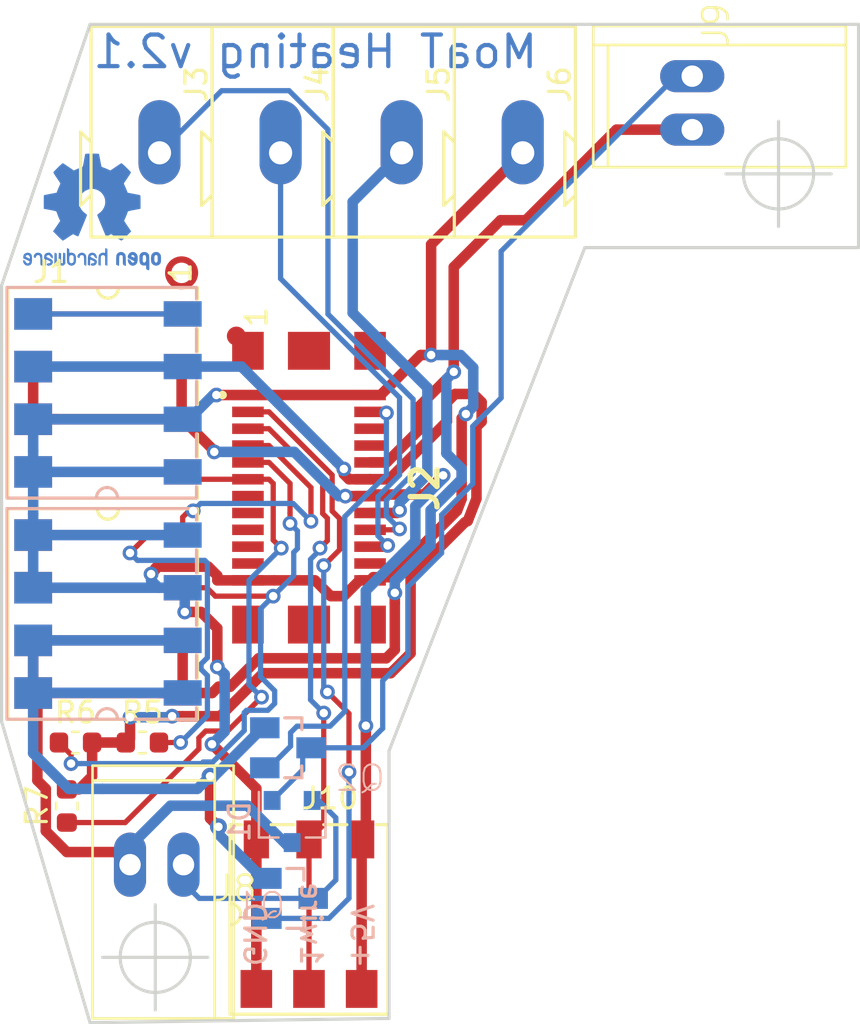
<source format=kicad_pcb>
(kicad_pcb (version 20171130) (host pcbnew 5.1.4+dfsg1-2)

  (general
    (thickness 1.6)
    (drawings 23)
    (tracks 393)
    (zones 0)
    (modules 16)
    (nets 27)
  )

  (page A4)
  (layers
    (0 F.Cu signal)
    (31 B.Cu signal)
    (32 B.Adhes user)
    (33 F.Adhes user)
    (34 B.Paste user)
    (35 F.Paste user)
    (36 B.SilkS user)
    (37 F.SilkS user)
    (38 B.Mask user)
    (39 F.Mask user)
    (40 Dwgs.User user)
    (41 Cmts.User user hide)
    (42 Eco1.User user)
    (43 Eco2.User user)
    (44 Edge.Cuts user)
    (45 Margin user)
    (46 B.CrtYd user)
    (47 F.CrtYd user)
    (48 B.Fab user)
    (49 F.Fab user)
  )

  (setup
    (last_trace_width 0.25)
    (user_trace_width 0.25)
    (user_trace_width 0.5)
    (trace_clearance 0.15)
    (zone_clearance 0.254)
    (zone_45_only no)
    (trace_min 0.2)
    (via_size 0.7)
    (via_drill 0.4)
    (via_min_size 0.4)
    (via_min_drill 0.3)
    (uvia_size 0.3)
    (uvia_drill 0.1)
    (uvias_allowed no)
    (uvia_min_size 0.2)
    (uvia_min_drill 0.1)
    (edge_width 0.15)
    (segment_width 0.2)
    (pcb_text_width 0.3)
    (pcb_text_size 1.5 1.5)
    (mod_edge_width 0.15)
    (mod_text_size 1 1)
    (mod_text_width 0.15)
    (pad_size 0.3 0.42)
    (pad_drill 0)
    (pad_to_mask_clearance 0.051)
    (solder_mask_min_width 0.25)
    (aux_axis_origin 0 0)
    (grid_origin 145 137.2)
    (visible_elements FFFFFF7F)
    (pcbplotparams
      (layerselection 0x010fc_ffffffff)
      (usegerberextensions false)
      (usegerberattributes false)
      (usegerberadvancedattributes false)
      (creategerberjobfile false)
      (excludeedgelayer true)
      (linewidth 0.100000)
      (plotframeref false)
      (viasonmask false)
      (mode 1)
      (useauxorigin false)
      (hpglpennumber 1)
      (hpglpenspeed 20)
      (hpglpendiameter 15.000000)
      (psnegative false)
      (psa4output false)
      (plotreference true)
      (plotvalue true)
      (plotinvisibletext false)
      (padsonsilk false)
      (subtractmaskfromsilk false)
      (outputformat 1)
      (mirror false)
      (drillshape 1)
      (scaleselection 1)
      (outputdirectory ""))
  )

  (net 0 "")
  (net 1 "Net-(J1-Pad4)")
  (net 2 "Net-(J1-Pad3)")
  (net 3 "Net-(J1-Pad2)")
  (net 4 "Net-(J1-Pad1)")
  (net 5 "Net-(J1-Pad7)")
  (net 6 "Net-(J1-Pad10)")
  (net 7 "Net-(J1-Pad11)")
  (net 8 "Net-(J1-Pad9)")
  (net 9 GNDPWR)
  (net 10 /S2)
  (net 11 /S1)
  (net 12 "Net-(J2-Pad20)")
  (net 13 "Net-(J2-Pad18)")
  (net 14 "Net-(J2-Pad16)")
  (net 15 "Net-(D1-Pad3)")
  (net 16 "Net-(D1-Pad2)")
  (net 17 "Net-(D1-Pad1)")
  (net 18 "Net-(J10-Pad2)")
  (net 19 "Net-(J2-Pad6)")
  (net 20 "Net-(J2-Pad8)")
  (net 21 "Net-(J2-Pad13)")
  (net 22 "Net-(J2-Pad15)")
  (net 23 "Net-(J2-Pad17)")
  (net 24 "Net-(J2-Pad19)")
  (net 25 "Net-(J2-Pad21)")
  (net 26 "Net-(J2-Pad22)")

  (net_class Default "This is the default net class."
    (clearance 0.15)
    (trace_width 0.25)
    (via_dia 0.7)
    (via_drill 0.4)
    (uvia_dia 0.3)
    (uvia_drill 0.1)
    (add_net /S1)
    (add_net /S2)
    (add_net "Net-(D1-Pad1)")
    (add_net "Net-(D1-Pad2)")
    (add_net "Net-(D1-Pad3)")
    (add_net "Net-(J1-Pad1)")
    (add_net "Net-(J1-Pad10)")
    (add_net "Net-(J1-Pad11)")
    (add_net "Net-(J1-Pad2)")
    (add_net "Net-(J1-Pad3)")
    (add_net "Net-(J1-Pad4)")
    (add_net "Net-(J1-Pad7)")
    (add_net "Net-(J1-Pad9)")
    (add_net "Net-(J10-Pad2)")
    (add_net "Net-(J2-Pad13)")
    (add_net "Net-(J2-Pad15)")
    (add_net "Net-(J2-Pad16)")
    (add_net "Net-(J2-Pad17)")
    (add_net "Net-(J2-Pad18)")
    (add_net "Net-(J2-Pad19)")
    (add_net "Net-(J2-Pad20)")
    (add_net "Net-(J2-Pad21)")
    (add_net "Net-(J2-Pad22)")
    (add_net "Net-(J2-Pad6)")
    (add_net "Net-(J2-Pad8)")
  )

  (net_class Power ""
    (clearance 0.15)
    (trace_width 0.5)
    (via_dia 0.8)
    (via_drill 0.4)
    (uvia_dia 0.3)
    (uvia_drill 0.1)
    (add_net GNDPWR)
  )

  (module Symbol:OSHW-Logo2_7.3x6mm_Copper (layer B.Cu) (tedit 0) (tstamp 5DB96594)
    (at 23.6 38.4 180)
    (descr "Open Source Hardware Symbol")
    (tags "Logo Symbol OSHW")
    (attr virtual)
    (fp_text reference REF** (at 0 0) (layer B.SilkS) hide
      (effects (font (size 1 1) (thickness 0.15)) (justify mirror))
    )
    (fp_text value OSHW-Logo2_7.3x6mm_Copper (at 0.75 0) (layer B.Fab) hide
      (effects (font (size 1 1) (thickness 0.15)) (justify mirror))
    )
    (fp_poly (pts (xy 0.10391 2.757652) (xy 0.182454 2.757222) (xy 0.239298 2.756058) (xy 0.278105 2.753793)
      (xy 0.302538 2.75006) (xy 0.316262 2.744494) (xy 0.32294 2.736727) (xy 0.326236 2.726395)
      (xy 0.326556 2.725057) (xy 0.331562 2.700921) (xy 0.340829 2.653299) (xy 0.353392 2.587259)
      (xy 0.368287 2.507872) (xy 0.384551 2.420204) (xy 0.385119 2.417125) (xy 0.40141 2.331211)
      (xy 0.416652 2.255304) (xy 0.429861 2.193955) (xy 0.440054 2.151718) (xy 0.446248 2.133145)
      (xy 0.446543 2.132816) (xy 0.464788 2.123747) (xy 0.502405 2.108633) (xy 0.551271 2.090738)
      (xy 0.551543 2.090642) (xy 0.613093 2.067507) (xy 0.685657 2.038035) (xy 0.754057 2.008403)
      (xy 0.757294 2.006938) (xy 0.868702 1.956374) (xy 1.115399 2.12484) (xy 1.191077 2.176197)
      (xy 1.259631 2.222111) (xy 1.317088 2.25997) (xy 1.359476 2.287163) (xy 1.382825 2.301079)
      (xy 1.385042 2.302111) (xy 1.40201 2.297516) (xy 1.433701 2.275345) (xy 1.481352 2.234553)
      (xy 1.546198 2.174095) (xy 1.612397 2.109773) (xy 1.676214 2.046388) (xy 1.733329 1.988549)
      (xy 1.780305 1.939825) (xy 1.813703 1.90379) (xy 1.830085 1.884016) (xy 1.830694 1.882998)
      (xy 1.832505 1.869428) (xy 1.825683 1.847267) (xy 1.80854 1.813522) (xy 1.779393 1.7652)
      (xy 1.736555 1.699308) (xy 1.679448 1.614483) (xy 1.628766 1.539823) (xy 1.583461 1.47286)
      (xy 1.54615 1.417484) (xy 1.519452 1.37758) (xy 1.505985 1.357038) (xy 1.505137 1.355644)
      (xy 1.506781 1.335962) (xy 1.519245 1.297707) (xy 1.540048 1.248111) (xy 1.547462 1.232272)
      (xy 1.579814 1.16171) (xy 1.614328 1.081647) (xy 1.642365 1.012371) (xy 1.662568 0.960955)
      (xy 1.678615 0.921881) (xy 1.687888 0.901459) (xy 1.689041 0.899886) (xy 1.706096 0.897279)
      (xy 1.746298 0.890137) (xy 1.804302 0.879477) (xy 1.874763 0.866315) (xy 1.952335 0.851667)
      (xy 2.031672 0.836551) (xy 2.107431 0.821982) (xy 2.174264 0.808978) (xy 2.226828 0.798555)
      (xy 2.259776 0.79173) (xy 2.267857 0.789801) (xy 2.276205 0.785038) (xy 2.282506 0.774282)
      (xy 2.287045 0.753902) (xy 2.290104 0.720266) (xy 2.291967 0.669745) (xy 2.292918 0.598708)
      (xy 2.29324 0.503524) (xy 2.293257 0.464508) (xy 2.293257 0.147201) (xy 2.217057 0.132161)
      (xy 2.174663 0.124005) (xy 2.1114 0.112101) (xy 2.034962 0.097884) (xy 1.953043 0.08279)
      (xy 1.9304 0.078645) (xy 1.854806 0.063947) (xy 1.788953 0.049495) (xy 1.738366 0.036625)
      (xy 1.708574 0.026678) (xy 1.703612 0.023713) (xy 1.691426 0.002717) (xy 1.673953 -0.037967)
      (xy 1.654577 -0.090322) (xy 1.650734 -0.1016) (xy 1.625339 -0.171523) (xy 1.593817 -0.250418)
      (xy 1.562969 -0.321266) (xy 1.562817 -0.321595) (xy 1.511447 -0.432733) (xy 1.680399 -0.681253)
      (xy 1.849352 -0.929772) (xy 1.632429 -1.147058) (xy 1.566819 -1.211726) (xy 1.506979 -1.268733)
      (xy 1.456267 -1.315033) (xy 1.418046 -1.347584) (xy 1.395675 -1.363343) (xy 1.392466 -1.364343)
      (xy 1.373626 -1.356469) (xy 1.33518 -1.334578) (xy 1.28133 -1.301267) (xy 1.216276 -1.259131)
      (xy 1.14594 -1.211943) (xy 1.074555 -1.16381) (xy 1.010908 -1.121928) (xy 0.959041 -1.088871)
      (xy 0.922995 -1.067218) (xy 0.906867 -1.059543) (xy 0.887189 -1.066037) (xy 0.849875 -1.08315)
      (xy 0.802621 -1.107326) (xy 0.797612 -1.110013) (xy 0.733977 -1.141927) (xy 0.690341 -1.157579)
      (xy 0.663202 -1.157745) (xy 0.649057 -1.143204) (xy 0.648975 -1.143) (xy 0.641905 -1.125779)
      (xy 0.625042 -1.084899) (xy 0.599695 -1.023525) (xy 0.567171 -0.944819) (xy 0.528778 -0.851947)
      (xy 0.485822 -0.748072) (xy 0.444222 -0.647502) (xy 0.398504 -0.536516) (xy 0.356526 -0.433703)
      (xy 0.319548 -0.342215) (xy 0.288827 -0.265201) (xy 0.265622 -0.205815) (xy 0.25119 -0.167209)
      (xy 0.246743 -0.1528) (xy 0.257896 -0.136272) (xy 0.287069 -0.10993) (xy 0.325971 -0.080887)
      (xy 0.436757 0.010961) (xy 0.523351 0.116241) (xy 0.584716 0.232734) (xy 0.619815 0.358224)
      (xy 0.627608 0.490493) (xy 0.621943 0.551543) (xy 0.591078 0.678205) (xy 0.53792 0.790059)
      (xy 0.465767 0.885999) (xy 0.377917 0.964924) (xy 0.277665 1.02573) (xy 0.16831 1.067313)
      (xy 0.053147 1.088572) (xy -0.064525 1.088401) (xy -0.18141 1.065699) (xy -0.294211 1.019362)
      (xy -0.399631 0.948287) (xy -0.443632 0.908089) (xy -0.528021 0.804871) (xy -0.586778 0.692075)
      (xy -0.620296 0.57299) (xy -0.628965 0.450905) (xy -0.613177 0.329107) (xy -0.573322 0.210884)
      (xy -0.509793 0.099525) (xy -0.422979 -0.001684) (xy -0.325971 -0.080887) (xy -0.285563 -0.111162)
      (xy -0.257018 -0.137219) (xy -0.246743 -0.152825) (xy -0.252123 -0.169843) (xy -0.267425 -0.2105)
      (xy -0.291388 -0.271642) (xy -0.322756 -0.350119) (xy -0.360268 -0.44278) (xy -0.402667 -0.546472)
      (xy -0.444337 -0.647526) (xy -0.49031 -0.758607) (xy -0.532893 -0.861541) (xy -0.570779 -0.953165)
      (xy -0.60266 -1.030316) (xy -0.627229 -1.089831) (xy -0.64318 -1.128544) (xy -0.64909 -1.143)
      (xy -0.663052 -1.157685) (xy -0.69006 -1.157642) (xy -0.733587 -1.142099) (xy -0.79711 -1.110284)
      (xy -0.797612 -1.110013) (xy -0.84544 -1.085323) (xy -0.884103 -1.067338) (xy -0.905905 -1.059614)
      (xy -0.906867 -1.059543) (xy -0.923279 -1.067378) (xy -0.959513 -1.089165) (xy -1.011526 -1.122328)
      (xy -1.075275 -1.164291) (xy -1.14594 -1.211943) (xy -1.217884 -1.260191) (xy -1.282726 -1.302151)
      (xy -1.336265 -1.335227) (xy -1.374303 -1.356821) (xy -1.392467 -1.364343) (xy -1.409192 -1.354457)
      (xy -1.44282 -1.326826) (xy -1.48999 -1.284495) (xy -1.547342 -1.230505) (xy -1.611516 -1.167899)
      (xy -1.632503 -1.146983) (xy -1.849501 -0.929623) (xy -1.684332 -0.68722) (xy -1.634136 -0.612781)
      (xy -1.590081 -0.545972) (xy -1.554638 -0.490665) (xy -1.530281 -0.450729) (xy -1.519478 -0.430036)
      (xy -1.519162 -0.428563) (xy -1.524857 -0.409058) (xy -1.540174 -0.369822) (xy -1.562463 -0.31743)
      (xy -1.578107 -0.282355) (xy -1.607359 -0.215201) (xy -1.634906 -0.147358) (xy -1.656263 -0.090034)
      (xy -1.662065 -0.072572) (xy -1.678548 -0.025938) (xy -1.69466 0.010095) (xy -1.70351 0.023713)
      (xy -1.72304 0.032048) (xy -1.765666 0.043863) (xy -1.825855 0.057819) (xy -1.898078 0.072578)
      (xy -1.9304 0.078645) (xy -2.012478 0.093727) (xy -2.091205 0.108331) (xy -2.158891 0.12102)
      (xy -2.20784 0.130358) (xy -2.217057 0.132161) (xy -2.293257 0.147201) (xy -2.293257 0.464508)
      (xy -2.293086 0.568846) (xy -2.292384 0.647787) (xy -2.290866 0.704962) (xy -2.288251 0.744001)
      (xy -2.284254 0.768535) (xy -2.278591 0.782195) (xy -2.27098 0.788611) (xy -2.267857 0.789801)
      (xy -2.249022 0.79402) (xy -2.207412 0.802438) (xy -2.14837 0.814039) (xy -2.077243 0.827805)
      (xy -1.999375 0.84272) (xy -1.920113 0.857768) (xy -1.844802 0.871931) (xy -1.778787 0.884194)
      (xy -1.727413 0.893539) (xy -1.696025 0.89895) (xy -1.689041 0.899886) (xy -1.682715 0.912404)
      (xy -1.66871 0.945754) (xy -1.649645 0.993623) (xy -1.642366 1.012371) (xy -1.613004 1.084805)
      (xy -1.578429 1.16483) (xy -1.547463 1.232272) (xy -1.524677 1.283841) (xy -1.509518 1.326215)
      (xy -1.504458 1.352166) (xy -1.505264 1.355644) (xy -1.515959 1.372064) (xy -1.54038 1.408583)
      (xy -1.575905 1.461313) (xy -1.619913 1.526365) (xy -1.669783 1.599849) (xy -1.679644 1.614355)
      (xy -1.737508 1.700296) (xy -1.780044 1.765739) (xy -1.808946 1.813696) (xy -1.82591 1.84718)
      (xy -1.832633 1.869205) (xy -1.83081 1.882783) (xy -1.830764 1.882869) (xy -1.816414 1.900703)
      (xy -1.784677 1.935183) (xy -1.73899 1.982732) (xy -1.682796 2.039778) (xy -1.619532 2.102745)
      (xy -1.612398 2.109773) (xy -1.53267 2.18698) (xy -1.471143 2.24367) (xy -1.426579 2.28089)
      (xy -1.397743 2.299685) (xy -1.385042 2.302111) (xy -1.366506 2.291529) (xy -1.328039 2.267084)
      (xy -1.273614 2.231388) (xy -1.207202 2.187053) (xy -1.132775 2.136689) (xy -1.115399 2.12484)
      (xy -0.868703 1.956374) (xy -0.757294 2.006938) (xy -0.689543 2.036405) (xy -0.616817 2.066041)
      (xy -0.554297 2.08967) (xy -0.551543 2.090642) (xy -0.50264 2.108543) (xy -0.464943 2.12368)
      (xy -0.446575 2.13279) (xy -0.446544 2.132816) (xy -0.440715 2.149283) (xy -0.430808 2.189781)
      (xy -0.417805 2.249758) (xy -0.402691 2.32466) (xy -0.386448 2.409936) (xy -0.385119 2.417125)
      (xy -0.368825 2.504986) (xy -0.353867 2.58474) (xy -0.341209 2.651319) (xy -0.331814 2.699653)
      (xy -0.326646 2.724675) (xy -0.326556 2.725057) (xy -0.323411 2.735701) (xy -0.317296 2.743738)
      (xy -0.304547 2.749533) (xy -0.2815 2.753453) (xy -0.244491 2.755865) (xy -0.189856 2.757135)
      (xy -0.113933 2.757629) (xy -0.013056 2.757714) (xy 0 2.757714) (xy 0.10391 2.757652)) (layer B.Cu) (width 0.01))
    (fp_poly (pts (xy 3.153595 -1.966966) (xy 3.211021 -2.004497) (xy 3.238719 -2.038096) (xy 3.260662 -2.099064)
      (xy 3.262405 -2.147308) (xy 3.258457 -2.211816) (xy 3.109686 -2.276934) (xy 3.037349 -2.310202)
      (xy 2.990084 -2.336964) (xy 2.965507 -2.360144) (xy 2.961237 -2.382667) (xy 2.974889 -2.407455)
      (xy 2.989943 -2.423886) (xy 3.033746 -2.450235) (xy 3.081389 -2.452081) (xy 3.125145 -2.431546)
      (xy 3.157289 -2.390752) (xy 3.163038 -2.376347) (xy 3.190576 -2.331356) (xy 3.222258 -2.312182)
      (xy 3.265714 -2.295779) (xy 3.265714 -2.357966) (xy 3.261872 -2.400283) (xy 3.246823 -2.435969)
      (xy 3.21528 -2.476943) (xy 3.210592 -2.482267) (xy 3.175506 -2.51872) (xy 3.145347 -2.538283)
      (xy 3.107615 -2.547283) (xy 3.076335 -2.55023) (xy 3.020385 -2.550965) (xy 2.980555 -2.54166)
      (xy 2.955708 -2.527846) (xy 2.916656 -2.497467) (xy 2.889625 -2.464613) (xy 2.872517 -2.423294)
      (xy 2.863238 -2.367521) (xy 2.859693 -2.291305) (xy 2.85941 -2.252622) (xy 2.860372 -2.206247)
      (xy 2.948007 -2.206247) (xy 2.949023 -2.231126) (xy 2.951556 -2.2352) (xy 2.968274 -2.229665)
      (xy 3.004249 -2.215017) (xy 3.052331 -2.19419) (xy 3.062386 -2.189714) (xy 3.123152 -2.158814)
      (xy 3.156632 -2.131657) (xy 3.16399 -2.10622) (xy 3.146391 -2.080481) (xy 3.131856 -2.069109)
      (xy 3.07941 -2.046364) (xy 3.030322 -2.050122) (xy 2.989227 -2.077884) (xy 2.960758 -2.127152)
      (xy 2.951631 -2.166257) (xy 2.948007 -2.206247) (xy 2.860372 -2.206247) (xy 2.861285 -2.162249)
      (xy 2.868196 -2.095384) (xy 2.881884 -2.046695) (xy 2.904096 -2.010849) (xy 2.936574 -1.982513)
      (xy 2.950733 -1.973355) (xy 3.015053 -1.949507) (xy 3.085473 -1.948006) (xy 3.153595 -1.966966)) (layer B.Cu) (width 0.01))
    (fp_poly (pts (xy 2.6526 -1.958752) (xy 2.669948 -1.966334) (xy 2.711356 -1.999128) (xy 2.746765 -2.046547)
      (xy 2.768664 -2.097151) (xy 2.772229 -2.122098) (xy 2.760279 -2.156927) (xy 2.734067 -2.175357)
      (xy 2.705964 -2.186516) (xy 2.693095 -2.188572) (xy 2.686829 -2.173649) (xy 2.674456 -2.141175)
      (xy 2.669028 -2.126502) (xy 2.63859 -2.075744) (xy 2.59452 -2.050427) (xy 2.53801 -2.051206)
      (xy 2.533825 -2.052203) (xy 2.503655 -2.066507) (xy 2.481476 -2.094393) (xy 2.466327 -2.139287)
      (xy 2.45725 -2.204615) (xy 2.453286 -2.293804) (xy 2.452914 -2.341261) (xy 2.45273 -2.416071)
      (xy 2.451522 -2.467069) (xy 2.448309 -2.499471) (xy 2.442109 -2.518495) (xy 2.43194 -2.529356)
      (xy 2.416819 -2.537272) (xy 2.415946 -2.53767) (xy 2.386828 -2.549981) (xy 2.372403 -2.554514)
      (xy 2.370186 -2.540809) (xy 2.368289 -2.502925) (xy 2.366847 -2.445715) (xy 2.365998 -2.374027)
      (xy 2.365829 -2.321565) (xy 2.366692 -2.220047) (xy 2.37007 -2.143032) (xy 2.377142 -2.086023)
      (xy 2.389088 -2.044526) (xy 2.40709 -2.014043) (xy 2.432327 -1.99008) (xy 2.457247 -1.973355)
      (xy 2.517171 -1.951097) (xy 2.586911 -1.946076) (xy 2.6526 -1.958752)) (layer B.Cu) (width 0.01))
    (fp_poly (pts (xy 2.144876 -1.956335) (xy 2.186667 -1.975344) (xy 2.219469 -1.998378) (xy 2.243503 -2.024133)
      (xy 2.260097 -2.057358) (xy 2.270577 -2.1028) (xy 2.276271 -2.165207) (xy 2.278507 -2.249327)
      (xy 2.278743 -2.304721) (xy 2.278743 -2.520826) (xy 2.241774 -2.53767) (xy 2.212656 -2.549981)
      (xy 2.198231 -2.554514) (xy 2.195472 -2.541025) (xy 2.193282 -2.504653) (xy 2.191942 -2.451542)
      (xy 2.191657 -2.409372) (xy 2.190434 -2.348447) (xy 2.187136 -2.300115) (xy 2.182321 -2.270518)
      (xy 2.178496 -2.264229) (xy 2.152783 -2.270652) (xy 2.112418 -2.287125) (xy 2.065679 -2.309458)
      (xy 2.020845 -2.333457) (xy 1.986193 -2.35493) (xy 1.970002 -2.369685) (xy 1.969938 -2.369845)
      (xy 1.97133 -2.397152) (xy 1.983818 -2.423219) (xy 2.005743 -2.444392) (xy 2.037743 -2.451474)
      (xy 2.065092 -2.450649) (xy 2.103826 -2.450042) (xy 2.124158 -2.459116) (xy 2.136369 -2.483092)
      (xy 2.137909 -2.487613) (xy 2.143203 -2.521806) (xy 2.129047 -2.542568) (xy 2.092148 -2.552462)
      (xy 2.052289 -2.554292) (xy 1.980562 -2.540727) (xy 1.943432 -2.521355) (xy 1.897576 -2.475845)
      (xy 1.873256 -2.419983) (xy 1.871073 -2.360957) (xy 1.891629 -2.305953) (xy 1.922549 -2.271486)
      (xy 1.95342 -2.252189) (xy 2.001942 -2.227759) (xy 2.058485 -2.202985) (xy 2.06791 -2.199199)
      (xy 2.130019 -2.171791) (xy 2.165822 -2.147634) (xy 2.177337 -2.123619) (xy 2.16658 -2.096635)
      (xy 2.148114 -2.075543) (xy 2.104469 -2.049572) (xy 2.056446 -2.047624) (xy 2.012406 -2.067637)
      (xy 1.980709 -2.107551) (xy 1.976549 -2.117848) (xy 1.952327 -2.155724) (xy 1.916965 -2.183842)
      (xy 1.872343 -2.206917) (xy 1.872343 -2.141485) (xy 1.874969 -2.101506) (xy 1.88623 -2.069997)
      (xy 1.911199 -2.036378) (xy 1.935169 -2.010484) (xy 1.972441 -1.973817) (xy 2.001401 -1.954121)
      (xy 2.032505 -1.94622) (xy 2.067713 -1.944914) (xy 2.144876 -1.956335)) (layer B.Cu) (width 0.01))
    (fp_poly (pts (xy 1.779833 -1.958663) (xy 1.782048 -1.99685) (xy 1.783784 -2.054886) (xy 1.784899 -2.12818)
      (xy 1.785257 -2.205055) (xy 1.785257 -2.465196) (xy 1.739326 -2.511127) (xy 1.707675 -2.539429)
      (xy 1.67989 -2.550893) (xy 1.641915 -2.550168) (xy 1.62684 -2.548321) (xy 1.579726 -2.542948)
      (xy 1.540756 -2.539869) (xy 1.531257 -2.539585) (xy 1.499233 -2.541445) (xy 1.453432 -2.546114)
      (xy 1.435674 -2.548321) (xy 1.392057 -2.551735) (xy 1.362745 -2.54432) (xy 1.33368 -2.521427)
      (xy 1.323188 -2.511127) (xy 1.277257 -2.465196) (xy 1.277257 -1.978602) (xy 1.314226 -1.961758)
      (xy 1.346059 -1.949282) (xy 1.364683 -1.944914) (xy 1.369458 -1.958718) (xy 1.373921 -1.997286)
      (xy 1.377775 -2.056356) (xy 1.380722 -2.131663) (xy 1.382143 -2.195286) (xy 1.386114 -2.445657)
      (xy 1.420759 -2.450556) (xy 1.452268 -2.447131) (xy 1.467708 -2.436041) (xy 1.472023 -2.415308)
      (xy 1.475708 -2.371145) (xy 1.478469 -2.309146) (xy 1.480012 -2.234909) (xy 1.480235 -2.196706)
      (xy 1.480457 -1.976783) (xy 1.526166 -1.960849) (xy 1.558518 -1.950015) (xy 1.576115 -1.944962)
      (xy 1.576623 -1.944914) (xy 1.578388 -1.958648) (xy 1.580329 -1.99673) (xy 1.582282 -2.054482)
      (xy 1.584084 -2.127227) (xy 1.585343 -2.195286) (xy 1.589314 -2.445657) (xy 1.6764 -2.445657)
      (xy 1.680396 -2.21724) (xy 1.684392 -1.988822) (xy 1.726847 -1.966868) (xy 1.758192 -1.951793)
      (xy 1.776744 -1.944951) (xy 1.777279 -1.944914) (xy 1.779833 -1.958663)) (layer B.Cu) (width 0.01))
    (fp_poly (pts (xy 1.190117 -2.065358) (xy 1.189933 -2.173837) (xy 1.189219 -2.257287) (xy 1.187675 -2.319704)
      (xy 1.185001 -2.365085) (xy 1.180894 -2.397429) (xy 1.175055 -2.420733) (xy 1.167182 -2.438995)
      (xy 1.161221 -2.449418) (xy 1.111855 -2.505945) (xy 1.049264 -2.541377) (xy 0.980013 -2.55409)
      (xy 0.910668 -2.542463) (xy 0.869375 -2.521568) (xy 0.826025 -2.485422) (xy 0.796481 -2.441276)
      (xy 0.778655 -2.383462) (xy 0.770463 -2.306313) (xy 0.769302 -2.249714) (xy 0.769458 -2.245647)
      (xy 0.870857 -2.245647) (xy 0.871476 -2.31055) (xy 0.874314 -2.353514) (xy 0.88084 -2.381622)
      (xy 0.892523 -2.401953) (xy 0.906483 -2.417288) (xy 0.953365 -2.44689) (xy 1.003701 -2.449419)
      (xy 1.051276 -2.424705) (xy 1.054979 -2.421356) (xy 1.070783 -2.403935) (xy 1.080693 -2.383209)
      (xy 1.086058 -2.352362) (xy 1.088228 -2.304577) (xy 1.088571 -2.251748) (xy 1.087827 -2.185381)
      (xy 1.084748 -2.141106) (xy 1.078061 -2.112009) (xy 1.066496 -2.091173) (xy 1.057013 -2.080107)
      (xy 1.01296 -2.052198) (xy 0.962224 -2.048843) (xy 0.913796 -2.070159) (xy 0.90445 -2.078073)
      (xy 0.88854 -2.095647) (xy 0.87861 -2.116587) (xy 0.873278 -2.147782) (xy 0.871163 -2.196122)
      (xy 0.870857 -2.245647) (xy 0.769458 -2.245647) (xy 0.77281 -2.158568) (xy 0.784726 -2.090086)
      (xy 0.807135 -2.0386) (xy 0.842124 -1.998443) (xy 0.869375 -1.977861) (xy 0.918907 -1.955625)
      (xy 0.976316 -1.945304) (xy 1.029682 -1.948067) (xy 1.059543 -1.959212) (xy 1.071261 -1.962383)
      (xy 1.079037 -1.950557) (xy 1.084465 -1.918866) (xy 1.088571 -1.870593) (xy 1.093067 -1.816829)
      (xy 1.099313 -1.784482) (xy 1.110676 -1.765985) (xy 1.130528 -1.75377) (xy 1.143 -1.748362)
      (xy 1.190171 -1.728601) (xy 1.190117 -2.065358)) (layer B.Cu) (width 0.01))
    (fp_poly (pts (xy 0.529926 -1.949755) (xy 0.595858 -1.974084) (xy 0.649273 -2.017117) (xy 0.670164 -2.047409)
      (xy 0.692939 -2.102994) (xy 0.692466 -2.143186) (xy 0.668562 -2.170217) (xy 0.659717 -2.174813)
      (xy 0.62153 -2.189144) (xy 0.602028 -2.185472) (xy 0.595422 -2.161407) (xy 0.595086 -2.148114)
      (xy 0.582992 -2.09921) (xy 0.551471 -2.064999) (xy 0.507659 -2.048476) (xy 0.458695 -2.052634)
      (xy 0.418894 -2.074227) (xy 0.40545 -2.086544) (xy 0.395921 -2.101487) (xy 0.389485 -2.124075)
      (xy 0.385317 -2.159328) (xy 0.382597 -2.212266) (xy 0.380502 -2.287907) (xy 0.37996 -2.311857)
      (xy 0.377981 -2.39379) (xy 0.375731 -2.451455) (xy 0.372357 -2.489608) (xy 0.367006 -2.513004)
      (xy 0.358824 -2.526398) (xy 0.346959 -2.534545) (xy 0.339362 -2.538144) (xy 0.307102 -2.550452)
      (xy 0.288111 -2.554514) (xy 0.281836 -2.540948) (xy 0.278006 -2.499934) (xy 0.2766 -2.430999)
      (xy 0.277598 -2.333669) (xy 0.277908 -2.318657) (xy 0.280101 -2.229859) (xy 0.282693 -2.165019)
      (xy 0.286382 -2.119067) (xy 0.291864 -2.086935) (xy 0.299835 -2.063553) (xy 0.310993 -2.043852)
      (xy 0.31683 -2.03541) (xy 0.350296 -1.998057) (xy 0.387727 -1.969003) (xy 0.392309 -1.966467)
      (xy 0.459426 -1.946443) (xy 0.529926 -1.949755)) (layer B.Cu) (width 0.01))
    (fp_poly (pts (xy 0.039744 -1.950968) (xy 0.096616 -1.972087) (xy 0.097267 -1.972493) (xy 0.13244 -1.99838)
      (xy 0.158407 -2.028633) (xy 0.17667 -2.068058) (xy 0.188732 -2.121462) (xy 0.196096 -2.193651)
      (xy 0.200264 -2.289432) (xy 0.200629 -2.303078) (xy 0.205876 -2.508842) (xy 0.161716 -2.531678)
      (xy 0.129763 -2.54711) (xy 0.11047 -2.554423) (xy 0.109578 -2.554514) (xy 0.106239 -2.541022)
      (xy 0.103587 -2.504626) (xy 0.101956 -2.451452) (xy 0.1016 -2.408393) (xy 0.101592 -2.338641)
      (xy 0.098403 -2.294837) (xy 0.087288 -2.273944) (xy 0.063501 -2.272925) (xy 0.022296 -2.288741)
      (xy -0.039914 -2.317815) (xy -0.085659 -2.341963) (xy -0.109187 -2.362913) (xy -0.116104 -2.385747)
      (xy -0.116114 -2.386877) (xy -0.104701 -2.426212) (xy -0.070908 -2.447462) (xy -0.019191 -2.450539)
      (xy 0.018061 -2.450006) (xy 0.037703 -2.460735) (xy 0.049952 -2.486505) (xy 0.057002 -2.519337)
      (xy 0.046842 -2.537966) (xy 0.043017 -2.540632) (xy 0.007001 -2.55134) (xy -0.043434 -2.552856)
      (xy -0.095374 -2.545759) (xy -0.132178 -2.532788) (xy -0.183062 -2.489585) (xy -0.211986 -2.429446)
      (xy -0.217714 -2.382462) (xy -0.213343 -2.340082) (xy -0.197525 -2.305488) (xy -0.166203 -2.274763)
      (xy -0.115322 -2.24399) (xy -0.040824 -2.209252) (xy -0.036286 -2.207288) (xy 0.030821 -2.176287)
      (xy 0.072232 -2.150862) (xy 0.089981 -2.128014) (xy 0.086107 -2.104745) (xy 0.062643 -2.078056)
      (xy 0.055627 -2.071914) (xy 0.00863 -2.0481) (xy -0.040067 -2.049103) (xy -0.082478 -2.072451)
      (xy -0.110616 -2.115675) (xy -0.113231 -2.12416) (xy -0.138692 -2.165308) (xy -0.170999 -2.185128)
      (xy -0.217714 -2.20477) (xy -0.217714 -2.15395) (xy -0.203504 -2.080082) (xy -0.161325 -2.012327)
      (xy -0.139376 -1.989661) (xy -0.089483 -1.960569) (xy -0.026033 -1.9474) (xy 0.039744 -1.950968)) (layer B.Cu) (width 0.01))
    (fp_poly (pts (xy -0.624114 -1.851289) (xy -0.619861 -1.910613) (xy -0.614975 -1.945572) (xy -0.608205 -1.96082)
      (xy -0.598298 -1.961015) (xy -0.595086 -1.959195) (xy -0.552356 -1.946015) (xy -0.496773 -1.946785)
      (xy -0.440263 -1.960333) (xy -0.404918 -1.977861) (xy -0.368679 -2.005861) (xy -0.342187 -2.037549)
      (xy -0.324001 -2.077813) (xy -0.312678 -2.131543) (xy -0.306778 -2.203626) (xy -0.304857 -2.298951)
      (xy -0.304823 -2.317237) (xy -0.3048 -2.522646) (xy -0.350509 -2.53858) (xy -0.382973 -2.54942)
      (xy -0.400785 -2.554468) (xy -0.401309 -2.554514) (xy -0.403063 -2.540828) (xy -0.404556 -2.503076)
      (xy -0.405674 -2.446224) (xy -0.406303 -2.375234) (xy -0.4064 -2.332073) (xy -0.406602 -2.246973)
      (xy -0.407642 -2.185981) (xy -0.410169 -2.144177) (xy -0.414836 -2.116642) (xy -0.422293 -2.098456)
      (xy -0.433189 -2.084698) (xy -0.439993 -2.078073) (xy -0.486728 -2.051375) (xy -0.537728 -2.049375)
      (xy -0.583999 -2.071955) (xy -0.592556 -2.080107) (xy -0.605107 -2.095436) (xy -0.613812 -2.113618)
      (xy -0.619369 -2.139909) (xy -0.622474 -2.179562) (xy -0.623824 -2.237832) (xy -0.624114 -2.318173)
      (xy -0.624114 -2.522646) (xy -0.669823 -2.53858) (xy -0.702287 -2.54942) (xy -0.720099 -2.554468)
      (xy -0.720623 -2.554514) (xy -0.721963 -2.540623) (xy -0.723172 -2.501439) (xy -0.724199 -2.4407)
      (xy -0.724998 -2.362141) (xy -0.725519 -2.269498) (xy -0.725714 -2.166509) (xy -0.725714 -1.769342)
      (xy -0.678543 -1.749444) (xy -0.631371 -1.729547) (xy -0.624114 -1.851289)) (layer B.Cu) (width 0.01))
    (fp_poly (pts (xy -1.831697 -1.931239) (xy -1.774473 -1.969735) (xy -1.730251 -2.025335) (xy -1.703833 -2.096086)
      (xy -1.69849 -2.148162) (xy -1.699097 -2.169893) (xy -1.704178 -2.186531) (xy -1.718145 -2.201437)
      (xy -1.745411 -2.217973) (xy -1.790388 -2.239498) (xy -1.857489 -2.269374) (xy -1.857829 -2.269524)
      (xy -1.919593 -2.297813) (xy -1.970241 -2.322933) (xy -2.004596 -2.342179) (xy -2.017482 -2.352848)
      (xy -2.017486 -2.352934) (xy -2.006128 -2.376166) (xy -1.979569 -2.401774) (xy -1.949077 -2.420221)
      (xy -1.93363 -2.423886) (xy -1.891485 -2.411212) (xy -1.855192 -2.379471) (xy -1.837483 -2.344572)
      (xy -1.820448 -2.318845) (xy -1.787078 -2.289546) (xy -1.747851 -2.264235) (xy -1.713244 -2.250471)
      (xy -1.706007 -2.249714) (xy -1.697861 -2.26216) (xy -1.69737 -2.293972) (xy -1.703357 -2.336866)
      (xy -1.714643 -2.382558) (xy -1.73005 -2.422761) (xy -1.730829 -2.424322) (xy -1.777196 -2.489062)
      (xy -1.837289 -2.533097) (xy -1.905535 -2.554711) (xy -1.976362 -2.552185) (xy -2.044196 -2.523804)
      (xy -2.047212 -2.521808) (xy -2.100573 -2.473448) (xy -2.13566 -2.410352) (xy -2.155078 -2.327387)
      (xy -2.157684 -2.304078) (xy -2.162299 -2.194055) (xy -2.156767 -2.142748) (xy -2.017486 -2.142748)
      (xy -2.015676 -2.174753) (xy -2.005778 -2.184093) (xy -1.981102 -2.177105) (xy -1.942205 -2.160587)
      (xy -1.898725 -2.139881) (xy -1.897644 -2.139333) (xy -1.860791 -2.119949) (xy -1.846 -2.107013)
      (xy -1.849647 -2.093451) (xy -1.865005 -2.075632) (xy -1.904077 -2.049845) (xy -1.946154 -2.04795)
      (xy -1.983897 -2.066717) (xy -2.009966 -2.102915) (xy -2.017486 -2.142748) (xy -2.156767 -2.142748)
      (xy -2.152806 -2.106027) (xy -2.12845 -2.036212) (xy -2.094544 -1.987302) (xy -2.033347 -1.937878)
      (xy -1.965937 -1.913359) (xy -1.89712 -1.911797) (xy -1.831697 -1.931239)) (layer B.Cu) (width 0.01))
    (fp_poly (pts (xy -2.958885 -1.921962) (xy -2.890855 -1.957733) (xy -2.840649 -2.015301) (xy -2.822815 -2.052312)
      (xy -2.808937 -2.107882) (xy -2.801833 -2.178096) (xy -2.80116 -2.254727) (xy -2.806573 -2.329552)
      (xy -2.81773 -2.394342) (xy -2.834286 -2.440873) (xy -2.839374 -2.448887) (xy -2.899645 -2.508707)
      (xy -2.971231 -2.544535) (xy -3.048908 -2.55502) (xy -3.127452 -2.53881) (xy -3.149311 -2.529092)
      (xy -3.191878 -2.499143) (xy -3.229237 -2.459433) (xy -3.232768 -2.454397) (xy -3.247119 -2.430124)
      (xy -3.256606 -2.404178) (xy -3.26221 -2.370022) (xy -3.264914 -2.321119) (xy -3.265701 -2.250935)
      (xy -3.265714 -2.2352) (xy -3.265678 -2.230192) (xy -3.120571 -2.230192) (xy -3.119727 -2.29643)
      (xy -3.116404 -2.340386) (xy -3.109417 -2.368779) (xy -3.097584 -2.388325) (xy -3.091543 -2.394857)
      (xy -3.056814 -2.41968) (xy -3.023097 -2.418548) (xy -2.989005 -2.397016) (xy -2.968671 -2.374029)
      (xy -2.956629 -2.340478) (xy -2.949866 -2.287569) (xy -2.949402 -2.281399) (xy -2.948248 -2.185513)
      (xy -2.960312 -2.114299) (xy -2.98543 -2.068194) (xy -3.02344 -2.047635) (xy -3.037008 -2.046514)
      (xy -3.072636 -2.052152) (xy -3.097006 -2.071686) (xy -3.111907 -2.109042) (xy -3.119125 -2.16815)
      (xy -3.120571 -2.230192) (xy -3.265678 -2.230192) (xy -3.265174 -2.160413) (xy -3.262904 -2.108159)
      (xy -3.257932 -2.071949) (xy -3.249287 -2.045299) (xy -3.235995 -2.021722) (xy -3.233057 -2.017338)
      (xy -3.183687 -1.958249) (xy -3.129891 -1.923947) (xy -3.064398 -1.910331) (xy -3.042158 -1.909665)
      (xy -2.958885 -1.921962)) (layer B.Cu) (width 0.01))
    (fp_poly (pts (xy -1.283907 -1.92778) (xy -1.237328 -1.954723) (xy -1.204943 -1.981466) (xy -1.181258 -2.009484)
      (xy -1.164941 -2.043748) (xy -1.154661 -2.089227) (xy -1.149086 -2.150892) (xy -1.146884 -2.233711)
      (xy -1.146629 -2.293246) (xy -1.146629 -2.512391) (xy -1.208314 -2.540044) (xy -1.27 -2.567697)
      (xy -1.277257 -2.32767) (xy -1.280256 -2.238028) (xy -1.283402 -2.172962) (xy -1.287299 -2.128026)
      (xy -1.292553 -2.09877) (xy -1.299769 -2.080748) (xy -1.30955 -2.069511) (xy -1.312688 -2.067079)
      (xy -1.360239 -2.048083) (xy -1.408303 -2.0556) (xy -1.436914 -2.075543) (xy -1.448553 -2.089675)
      (xy -1.456609 -2.10822) (xy -1.461729 -2.136334) (xy -1.464559 -2.179173) (xy -1.465744 -2.241895)
      (xy -1.465943 -2.307261) (xy -1.465982 -2.389268) (xy -1.467386 -2.447316) (xy -1.472086 -2.486465)
      (xy -1.482013 -2.51178) (xy -1.499097 -2.528323) (xy -1.525268 -2.541156) (xy -1.560225 -2.554491)
      (xy -1.598404 -2.569007) (xy -1.593859 -2.311389) (xy -1.592029 -2.218519) (xy -1.589888 -2.149889)
      (xy -1.586819 -2.100711) (xy -1.582206 -2.066198) (xy -1.575432 -2.041562) (xy -1.565881 -2.022016)
      (xy -1.554366 -2.00477) (xy -1.49881 -1.94968) (xy -1.43102 -1.917822) (xy -1.357287 -1.910191)
      (xy -1.283907 -1.92778)) (layer B.Cu) (width 0.01))
    (fp_poly (pts (xy -2.400256 -1.919918) (xy -2.344799 -1.947568) (xy -2.295852 -1.99848) (xy -2.282371 -2.017338)
      (xy -2.267686 -2.042015) (xy -2.258158 -2.068816) (xy -2.252707 -2.104587) (xy -2.250253 -2.156169)
      (xy -2.249714 -2.224267) (xy -2.252148 -2.317588) (xy -2.260606 -2.387657) (xy -2.276826 -2.439931)
      (xy -2.302546 -2.479869) (xy -2.339503 -2.512929) (xy -2.342218 -2.514886) (xy -2.37864 -2.534908)
      (xy -2.422498 -2.544815) (xy -2.478276 -2.547257) (xy -2.568952 -2.547257) (xy -2.56899 -2.635283)
      (xy -2.569834 -2.684308) (xy -2.574976 -2.713065) (xy -2.588413 -2.730311) (xy -2.614142 -2.744808)
      (xy -2.620321 -2.747769) (xy -2.649236 -2.761648) (xy -2.671624 -2.770414) (xy -2.688271 -2.771171)
      (xy -2.699964 -2.761023) (xy -2.70749 -2.737073) (xy -2.711634 -2.696426) (xy -2.713185 -2.636186)
      (xy -2.712929 -2.553455) (xy -2.711651 -2.445339) (xy -2.711252 -2.413) (xy -2.709815 -2.301524)
      (xy -2.708528 -2.228603) (xy -2.569029 -2.228603) (xy -2.568245 -2.290499) (xy -2.56476 -2.330997)
      (xy -2.556876 -2.357708) (xy -2.542895 -2.378244) (xy -2.533403 -2.38826) (xy -2.494596 -2.417567)
      (xy -2.460237 -2.419952) (xy -2.424784 -2.39575) (xy -2.423886 -2.394857) (xy -2.409461 -2.376153)
      (xy -2.400687 -2.350732) (xy -2.396261 -2.311584) (xy -2.394882 -2.251697) (xy -2.394857 -2.23843)
      (xy -2.398188 -2.155901) (xy -2.409031 -2.098691) (xy -2.42866 -2.063766) (xy -2.45835 -2.048094)
      (xy -2.475509 -2.046514) (xy -2.516234 -2.053926) (xy -2.544168 -2.07833) (xy -2.560983 -2.12298)
      (xy -2.56835 -2.19113) (xy -2.569029 -2.228603) (xy -2.708528 -2.228603) (xy -2.708292 -2.215245)
      (xy -2.706323 -2.150333) (xy -2.70355 -2.102958) (xy -2.699612 -2.06929) (xy -2.694151 -2.045498)
      (xy -2.686808 -2.027753) (xy -2.677223 -2.012224) (xy -2.673113 -2.006381) (xy -2.618595 -1.951185)
      (xy -2.549664 -1.91989) (xy -2.469928 -1.911165) (xy -2.400256 -1.919918)) (layer B.Cu) (width 0.01))
  )

  (module Resistor_SMD:R_0603_1608Metric (layer F.Cu) (tedit 5B301BBD) (tstamp 5DB93E1F)
    (at 22.4 66.6125 90)
    (descr "Resistor SMD 0603 (1608 Metric), square (rectangular) end terminal, IPC_7351 nominal, (Body size source: http://www.tortai-tech.com/upload/download/2011102023233369053.pdf), generated with kicad-footprint-generator")
    (tags resistor)
    (path /5DBB42C0)
    (attr smd)
    (fp_text reference R7 (at 0 -1.43 90) (layer F.SilkS)
      (effects (font (size 1 1) (thickness 0.15)))
    )
    (fp_text value 470 (at 0 1.43 90) (layer F.Fab)
      (effects (font (size 1 1) (thickness 0.15)))
    )
    (fp_text user %R (at 0 0 90) (layer F.Fab)
      (effects (font (size 0.4 0.4) (thickness 0.06)))
    )
    (fp_line (start 1.48 0.73) (end -1.48 0.73) (layer F.CrtYd) (width 0.05))
    (fp_line (start 1.48 -0.73) (end 1.48 0.73) (layer F.CrtYd) (width 0.05))
    (fp_line (start -1.48 -0.73) (end 1.48 -0.73) (layer F.CrtYd) (width 0.05))
    (fp_line (start -1.48 0.73) (end -1.48 -0.73) (layer F.CrtYd) (width 0.05))
    (fp_line (start -0.162779 0.51) (end 0.162779 0.51) (layer F.SilkS) (width 0.12))
    (fp_line (start -0.162779 -0.51) (end 0.162779 -0.51) (layer F.SilkS) (width 0.12))
    (fp_line (start 0.8 0.4) (end -0.8 0.4) (layer F.Fab) (width 0.1))
    (fp_line (start 0.8 -0.4) (end 0.8 0.4) (layer F.Fab) (width 0.1))
    (fp_line (start -0.8 -0.4) (end 0.8 -0.4) (layer F.Fab) (width 0.1))
    (fp_line (start -0.8 0.4) (end -0.8 -0.4) (layer F.Fab) (width 0.1))
    (pad 2 smd roundrect (at 0.7875 0 90) (size 0.875 0.95) (layers F.Cu F.Paste F.Mask) (roundrect_rratio 0.25)
      (net 1 "Net-(J1-Pad4)"))
    (pad 1 smd roundrect (at -0.7875 0 90) (size 0.875 0.95) (layers F.Cu F.Paste F.Mask) (roundrect_rratio 0.25)
      (net 5 "Net-(J1-Pad7)"))
    (model ${KISYS3DMOD}/Resistor_SMD.3dshapes/R_0603_1608Metric.wrl
      (at (xyz 0 0 0))
      (scale (xyz 1 1 1))
      (rotate (xyz 0 0 0))
    )
  )

  (module Package_TO_SOT_SMD:SOT-23 (layer B.Cu) (tedit 5A02FF57) (tstamp 5CB863B2)
    (at 33.1 67.35 270)
    (descr "SOT-23, Standard")
    (tags SOT-23)
    (path /5BB0A603)
    (attr smd)
    (fp_text reference D1 (at 0 2.5 90) (layer B.SilkS)
      (effects (font (size 1 1) (thickness 0.15)) (justify mirror))
    )
    (fp_text value BAT54C (at 0 -2.5 90) (layer B.Fab)
      (effects (font (size 1 1) (thickness 0.15)) (justify mirror))
    )
    (fp_line (start 0.76 -1.58) (end -0.7 -1.58) (layer B.SilkS) (width 0.12))
    (fp_line (start 0.76 1.58) (end -1.4 1.58) (layer B.SilkS) (width 0.12))
    (fp_line (start -1.7 -1.75) (end -1.7 1.75) (layer B.CrtYd) (width 0.05))
    (fp_line (start 1.7 -1.75) (end -1.7 -1.75) (layer B.CrtYd) (width 0.05))
    (fp_line (start 1.7 1.75) (end 1.7 -1.75) (layer B.CrtYd) (width 0.05))
    (fp_line (start -1.7 1.75) (end 1.7 1.75) (layer B.CrtYd) (width 0.05))
    (fp_line (start 0.76 1.58) (end 0.76 0.65) (layer B.SilkS) (width 0.12))
    (fp_line (start 0.76 -1.58) (end 0.76 -0.65) (layer B.SilkS) (width 0.12))
    (fp_line (start -0.7 -1.52) (end 0.7 -1.52) (layer B.Fab) (width 0.1))
    (fp_line (start 0.7 1.52) (end 0.7 -1.52) (layer B.Fab) (width 0.1))
    (fp_line (start -0.7 0.95) (end -0.15 1.52) (layer B.Fab) (width 0.1))
    (fp_line (start -0.15 1.52) (end 0.7 1.52) (layer B.Fab) (width 0.1))
    (fp_line (start -0.7 0.95) (end -0.7 -1.5) (layer B.Fab) (width 0.1))
    (fp_text user %R (at 0 0 180) (layer B.Fab)
      (effects (font (size 0.5 0.5) (thickness 0.075)) (justify mirror))
    )
    (pad 3 smd rect (at 1 0 270) (size 0.9 0.8) (layers B.Cu B.Paste B.Mask)
      (net 15 "Net-(D1-Pad3)"))
    (pad 2 smd rect (at -1 -0.95 270) (size 0.9 0.8) (layers B.Cu B.Paste B.Mask)
      (net 16 "Net-(D1-Pad2)"))
    (pad 1 smd rect (at -1 0.95 270) (size 0.9 0.8) (layers B.Cu B.Paste B.Mask)
      (net 17 "Net-(D1-Pad1)"))
    (model ${KISYS3DMOD}/Package_TO_SOT_SMD.3dshapes/SOT-23.wrl
      (at (xyz 0 0 0))
      (scale (xyz 1 1 1))
      (rotate (xyz 0 0 0))
    )
  )

  (module localstuff:TE_1775014_socket (layer F.Cu) (tedit 5DB86EF1) (tstamp 5DB9546B)
    (at 33.9 51.5 270)
    (descr "TE Connectivity 1775014 0.8mm connector")
    (tags Connector)
    (path /5CC3E238)
    (fp_text reference J2 (at 0 -5.5 90) (layer F.SilkS)
      (effects (font (size 1.27 1.27) (thickness 0.254)))
    )
    (fp_text value Moat_Bus_wire (at 0 0 90) (layer F.SilkS) hide
      (effects (font (size 1.27 1.27) (thickness 0.254)))
    )
    (fp_text user 1 (at -8.1 2.5 90) (layer F.SilkS)
      (effects (font (size 1 1) (thickness 0.15)))
    )
    (fp_circle (center -7.2 3.45) (end -6.9 3.45) (layer F.Cu) (width 0.3))
    (fp_line (start 7.5 -3.8) (end -7.5 -3.8) (layer F.CrtYd) (width 0.1))
    (fp_line (start 7.5 3.8) (end 7.5 -3.8) (layer F.CrtYd) (width 0.1))
    (fp_line (start -7.5 3.8) (end 7.5 3.8) (layer F.CrtYd) (width 0.1))
    (fp_line (start -7.5 -3.8) (end -7.5 3.8) (layer F.CrtYd) (width 0.1))
    (fp_text user %R (at 0 -5.5 90) (layer F.Fab)
      (effects (font (size 1.27 1.27) (thickness 0.254)))
    )
    (fp_line (start -6.9 -3.15) (end 6.9 -3.15) (layer F.Fab) (width 0.2))
    (fp_line (start 6.9 -3.15) (end 6.9 3.15) (layer F.Fab) (width 0.2))
    (fp_line (start 6.9 3.15) (end -6.9 3.15) (layer F.Fab) (width 0.2))
    (fp_line (start -6.9 3.15) (end -6.9 -3.15) (layer F.Fab) (width 0.2))
    (fp_line (start -4.5 4.1) (end -4.5 4.1) (layer F.SilkS) (width 0.2))
    (fp_line (start -4.3 4.1) (end -4.3 4.1) (layer F.SilkS) (width 0.2))
    (fp_arc (start -4.4 4.1) (end -4.5 4.1) (angle -180) (layer F.SilkS) (width 0.2))
    (fp_arc (start -4.4 4.1) (end -4.3 4.1) (angle -180) (layer F.SilkS) (width 0.2))
    (pad 1 smd rect (at -4.4 2.9 270) (size 0.5 1.5) (layers F.Cu F.Paste)
      (net 6 "Net-(J1-Pad10)"))
    (pad 2 smd rect (at -4.4 -2.9 270) (size 0.5 1.5) (layers F.Cu F.Paste)
      (net 6 "Net-(J1-Pad10)"))
    (pad 3 smd rect (at -3.6 2.9 270) (size 0.5 1.5) (layers F.Cu F.Paste)
      (net 11 /S1))
    (pad 4 smd rect (at -3.6 -2.9 270) (size 0.5 1.5) (layers F.Cu F.Paste)
      (net 10 /S2))
    (pad 5 smd rect (at -2.8 2.9 270) (size 0.5 1.5) (layers F.Cu F.Paste)
      (net 18 "Net-(J10-Pad2)"))
    (pad 6 smd rect (at -2.8 -2.9 270) (size 0.5 1.5) (layers F.Cu F.Paste)
      (net 19 "Net-(J2-Pad6)"))
    (pad 7 smd rect (at -2 2.9 270) (size 0.5 1.5) (layers F.Cu F.Paste)
      (net 8 "Net-(J1-Pad9)"))
    (pad 8 smd rect (at -2 -2.9 270) (size 0.5 1.5) (layers F.Cu F.Paste)
      (net 20 "Net-(J2-Pad8)"))
    (pad 9 smd rect (at -1.2 2.9 270) (size 0.5 1.5) (layers F.Cu F.Paste)
      (net 7 "Net-(J1-Pad11)"))
    (pad 10 smd rect (at -1.2 -2.9 270) (size 0.5 1.5) (layers F.Cu F.Paste)
      (net 15 "Net-(D1-Pad3)"))
    (pad 11 smd rect (at -0.4 2.9 270) (size 0.5 1.5) (layers F.Cu F.Paste)
      (net 5 "Net-(J1-Pad7)"))
    (pad 12 smd rect (at -0.4 -2.9 270) (size 0.5 1.5) (layers F.Cu F.Paste)
      (net 1 "Net-(J1-Pad4)"))
    (pad 13 smd rect (at 0.4 2.9 270) (size 0.5 1.5) (layers F.Cu F.Paste)
      (net 21 "Net-(J2-Pad13)"))
    (pad 14 smd rect (at 0.4 -2.9 270) (size 0.5 1.5) (layers F.Cu F.Paste)
      (net 2 "Net-(J1-Pad3)"))
    (pad 15 smd rect (at 1.2 2.9 270) (size 0.5 1.5) (layers F.Cu F.Paste)
      (net 22 "Net-(J2-Pad15)"))
    (pad 16 smd rect (at 1.2 -2.9 270) (size 0.5 1.5) (layers F.Cu F.Paste)
      (net 14 "Net-(J2-Pad16)"))
    (pad 17 smd rect (at 2 2.9 270) (size 0.5 1.5) (layers F.Cu F.Paste)
      (net 23 "Net-(J2-Pad17)"))
    (pad 18 smd rect (at 2 -2.9 270) (size 0.5 1.5) (layers F.Cu F.Paste)
      (net 13 "Net-(J2-Pad18)"))
    (pad 19 smd rect (at 2.8 2.9 270) (size 0.5 1.5) (layers F.Cu F.Paste)
      (net 24 "Net-(J2-Pad19)"))
    (pad 20 smd rect (at 2.8 -2.9 270) (size 0.5 1.5) (layers F.Cu F.Paste)
      (net 12 "Net-(J2-Pad20)"))
    (pad 21 smd rect (at 3.6 2.9 270) (size 0.5 1.5) (layers F.Cu F.Paste)
      (net 25 "Net-(J2-Pad21)"))
    (pad 22 smd rect (at 3.6 -2.9 270) (size 0.5 1.5) (layers F.Cu F.Paste)
      (net 26 "Net-(J2-Pad22)"))
    (pad 23 smd rect (at 4.4 2.9 270) (size 0.5 1.5) (layers F.Cu F.Paste)
      (net 6 "Net-(J1-Pad10)"))
    (pad 24 smd rect (at 4.4 -2.9 270) (size 0.5 1.5) (layers F.Cu F.Paste)
      (net 6 "Net-(J1-Pad10)"))
    (pad MNT smd rect (at -6.5 2.9) (size 1.5 1.8) (layers F.Cu F.Paste))
    (pad MNT smd rect (at -6.5 -2.9) (size 1.5 1.8) (layers F.Cu F.Paste))
    (pad MNT smd rect (at 6.5 2.9) (size 1.5 1.8) (layers F.Cu F.Paste))
    (pad MNT smd rect (at 6.5 -2.9) (size 1.5 1.8) (layers F.Cu F.Paste))
    (pad MNT smd rect (at -6.5 0 270) (size 1.8 2) (layers F.Cu F.Paste))
    (pad MNT smd rect (at 6.5 0 270) (size 1.8 2) (layers F.Cu F.Paste))
    (pad "" np_thru_hole circle (at -6.4 1.7 270) (size 0.65 0.65) (drill 0.65) (layers *.Cu *.Mask))
    (pad "" np_thru_hole circle (at 6.4 1.7 270) (size 0.65 0.65) (drill 0.65) (layers *.Cu *.Mask))
    (model :moat3d:1775014-2.stp
      (offset (xyz 0 0 2.4))
      (scale (xyz 1 1 1))
      (rotate (xyz 0 0 0))
    )
  )

  (module localstuff:AVX_9276_3Pin (layer F.Cu) (tedit 598274A8) (tstamp 5CDF021F)
    (at 33.9 71.75)
    (path /5CFBEEC8)
    (fp_text reference J10 (at 1 -5.5) (layer F.SilkS)
      (effects (font (size 1 1) (thickness 0.15)))
    )
    (fp_text value 1wireConn (at 0 0) (layer F.Fab)
      (effects (font (size 1 1) (thickness 0.15)))
    )
    (fp_line (start -3.75 -4.25) (end -3.2 -4.25) (layer F.SilkS) (width 0.15))
    (fp_line (start -0.7 -4.25) (end -1.8 -4.25) (layer F.SilkS) (width 0.15))
    (fp_line (start 1.8 -4.25) (end 0.7 -4.25) (layer F.SilkS) (width 0.15))
    (fp_line (start 3.75 -4.25) (end 3.2 -4.25) (layer F.SilkS) (width 0.15))
    (fp_line (start -3.75 4.75) (end 3.75 4.75) (layer F.SilkS) (width 0.15))
    (fp_line (start 3.75 4.75) (end 3.75 -4.25) (layer F.SilkS) (width 0.15))
    (fp_line (start -3.75 -4.25) (end -3.75 4.75) (layer F.SilkS) (width 0.15))
    (fp_arc (start -3.75 0) (end -3.25 0) (angle 90) (layer F.SilkS) (width 0.15))
    (fp_arc (start -3.75 0) (end -3.75 -0.5) (angle 90) (layer F.SilkS) (width 0.15))
    (pad 3 smd rect (at 2.5 3.55) (size 1.5 1.8) (layers F.Cu F.Paste F.Mask)
      (net 2 "Net-(J1-Pad3)"))
    (pad 2 smd rect (at 0 3.55) (size 1.5 1.8) (layers F.Cu F.Paste F.Mask)
      (net 18 "Net-(J10-Pad2)"))
    (pad 1 smd rect (at -2.5 3.55) (size 1.5 1.8) (layers F.Cu F.Paste F.Mask)
      (net 6 "Net-(J1-Pad10)"))
    (pad 1 smd rect (at -2.5 -3.55) (size 1.2 1.8) (layers F.Cu F.Paste F.Mask)
      (net 6 "Net-(J1-Pad10)"))
    (pad 2 smd rect (at 0 -3.55) (size 1.2 1.8) (layers F.Cu F.Paste F.Mask)
      (net 18 "Net-(J10-Pad2)"))
    (pad 3 smd rect (at 2.5 -3.55) (size 1.2 1.8) (layers F.Cu F.Paste F.Mask)
      (net 2 "Net-(J1-Pad3)"))
  )

  (module Resistor_SMD:R_0603_1608Metric (layer F.Cu) (tedit 5B301BBD) (tstamp 5CB9E302)
    (at 25.9875 63.6)
    (descr "Resistor SMD 0603 (1608 Metric), square (rectangular) end terminal, IPC_7351 nominal, (Body size source: http://www.tortai-tech.com/upload/download/2011102023233369053.pdf), generated with kicad-footprint-generator")
    (tags resistor)
    (path /5CD000B0)
    (attr smd)
    (fp_text reference R5 (at 0 -1.43) (layer F.SilkS)
      (effects (font (size 1 1) (thickness 0.15)))
    )
    (fp_text value 470 (at 0 1.43) (layer F.Fab)
      (effects (font (size 1 1) (thickness 0.15)))
    )
    (fp_text user %R (at 0 0) (layer F.Fab)
      (effects (font (size 0.4 0.4) (thickness 0.06)))
    )
    (fp_line (start 1.48 0.73) (end -1.48 0.73) (layer F.CrtYd) (width 0.05))
    (fp_line (start 1.48 -0.73) (end 1.48 0.73) (layer F.CrtYd) (width 0.05))
    (fp_line (start -1.48 -0.73) (end 1.48 -0.73) (layer F.CrtYd) (width 0.05))
    (fp_line (start -1.48 0.73) (end -1.48 -0.73) (layer F.CrtYd) (width 0.05))
    (fp_line (start -0.162779 0.51) (end 0.162779 0.51) (layer F.SilkS) (width 0.12))
    (fp_line (start -0.162779 -0.51) (end 0.162779 -0.51) (layer F.SilkS) (width 0.12))
    (fp_line (start 0.8 0.4) (end -0.8 0.4) (layer F.Fab) (width 0.1))
    (fp_line (start 0.8 -0.4) (end 0.8 0.4) (layer F.Fab) (width 0.1))
    (fp_line (start -0.8 -0.4) (end 0.8 -0.4) (layer F.Fab) (width 0.1))
    (fp_line (start -0.8 0.4) (end -0.8 -0.4) (layer F.Fab) (width 0.1))
    (pad 2 smd roundrect (at 0.7875 0) (size 0.875 0.95) (layers F.Cu F.Paste F.Mask) (roundrect_rratio 0.25)
      (net 8 "Net-(J1-Pad9)"))
    (pad 1 smd roundrect (at -0.7875 0) (size 0.875 0.95) (layers F.Cu F.Paste F.Mask) (roundrect_rratio 0.25)
      (net 1 "Net-(J1-Pad4)"))
    (model ${KISYS3DMOD}/Resistor_SMD.3dshapes/R_0603_1608Metric.wrl
      (at (xyz 0 0 0))
      (scale (xyz 1 1 1))
      (rotate (xyz 0 0 0))
    )
  )

  (module Resistor_SMD:R_0603_1608Metric (layer F.Cu) (tedit 5B301BBD) (tstamp 5CB9F6BE)
    (at 22.8125 63.6)
    (descr "Resistor SMD 0603 (1608 Metric), square (rectangular) end terminal, IPC_7351 nominal, (Body size source: http://www.tortai-tech.com/upload/download/2011102023233369053.pdf), generated with kicad-footprint-generator")
    (tags resistor)
    (path /5CD009C5)
    (attr smd)
    (fp_text reference R6 (at 0 -1.43) (layer F.SilkS)
      (effects (font (size 1 1) (thickness 0.15)))
    )
    (fp_text value 470 (at 0 1.43) (layer F.Fab)
      (effects (font (size 1 1) (thickness 0.15)))
    )
    (fp_text user %R (at 0 0) (layer F.Fab)
      (effects (font (size 0.4 0.4) (thickness 0.06)))
    )
    (fp_line (start 1.48 0.73) (end -1.48 0.73) (layer F.CrtYd) (width 0.05))
    (fp_line (start 1.48 -0.73) (end 1.48 0.73) (layer F.CrtYd) (width 0.05))
    (fp_line (start -1.48 -0.73) (end 1.48 -0.73) (layer F.CrtYd) (width 0.05))
    (fp_line (start -1.48 0.73) (end -1.48 -0.73) (layer F.CrtYd) (width 0.05))
    (fp_line (start -0.162779 0.51) (end 0.162779 0.51) (layer F.SilkS) (width 0.12))
    (fp_line (start -0.162779 -0.51) (end 0.162779 -0.51) (layer F.SilkS) (width 0.12))
    (fp_line (start 0.8 0.4) (end -0.8 0.4) (layer F.Fab) (width 0.1))
    (fp_line (start 0.8 -0.4) (end 0.8 0.4) (layer F.Fab) (width 0.1))
    (fp_line (start -0.8 -0.4) (end 0.8 -0.4) (layer F.Fab) (width 0.1))
    (fp_line (start -0.8 0.4) (end -0.8 -0.4) (layer F.Fab) (width 0.1))
    (pad 2 smd roundrect (at 0.7875 0) (size 0.875 0.95) (layers F.Cu F.Paste F.Mask) (roundrect_rratio 0.25)
      (net 1 "Net-(J1-Pad4)"))
    (pad 1 smd roundrect (at -0.7875 0) (size 0.875 0.95) (layers F.Cu F.Paste F.Mask) (roundrect_rratio 0.25)
      (net 7 "Net-(J1-Pad11)"))
    (model ${KISYS3DMOD}/Resistor_SMD.3dshapes/R_0603_1608Metric.wrl
      (at (xyz 0 0 0))
      (scale (xyz 1 1 1))
      (rotate (xyz 0 0 0))
    )
  )

  (module localstuff:SOT23 (layer B.Cu) (tedit 0) (tstamp 5CB89AAE)
    (at 33 71 90)
    (descr <B>DIODE</B>)
    (path /5BB0A5E7)
    (fp_text reference Q1 (at -1.05 -0.15) (layer B.SilkS)
      (effects (font (size 1.2065 1.2065) (thickness 0.09652)) (justify left bottom mirror))
    )
    (fp_text value 2N7002 (at -1.905 -3.175 270) (layer B.Fab) hide
      (effects (font (size 1.2065 1.2065) (thickness 0.1016)) (justify right bottom mirror))
    )
    (fp_poly (pts (xy -1.1684 -1.2954) (xy -0.7112 -1.2954) (xy -0.7112 -0.7112) (xy -1.1684 -0.7112)) (layer B.Fab) (width 0))
    (fp_poly (pts (xy 0.7112 -1.2954) (xy 1.1684 -1.2954) (xy 1.1684 -0.7112) (xy 0.7112 -0.7112)) (layer B.Fab) (width 0))
    (fp_poly (pts (xy -0.2286 0.7112) (xy 0.2286 0.7112) (xy 0.2286 1.2954) (xy -0.2286 1.2954)) (layer B.Fab) (width 0))
    (fp_line (start 0.8636 0.6604) (end 1.4224 0.6604) (layer B.SilkS) (width 0.1524))
    (fp_line (start 1.4224 0.6604) (end 1.4224 -0.1524) (layer B.SilkS) (width 0.1524))
    (fp_line (start -1.4224 0.6604) (end -0.8636 0.6604) (layer B.SilkS) (width 0.1524))
    (fp_line (start -1.4224 -0.1524) (end -1.4224 0.6604) (layer B.SilkS) (width 0.1524))
    (fp_line (start -1.4224 0.6604) (end 1.4224 0.6604) (layer B.Fab) (width 0.1524))
    (fp_line (start -1.4224 -0.6604) (end -1.4224 0.6604) (layer B.Fab) (width 0.1524))
    (fp_line (start 1.4224 -0.6604) (end -1.4224 -0.6604) (layer B.Fab) (width 0.1524))
    (fp_line (start 1.4224 0.6604) (end 1.4224 -0.6604) (layer B.Fab) (width 0.1524))
    (pad 1 smd rect (at -0.95 -1.1 90) (size 1 1.4) (layers B.Cu B.Paste B.Mask)
      (net 11 /S1) (solder_mask_margin 0.1016))
    (pad 2 smd rect (at 0.95 -1.1 90) (size 1 1.4) (layers B.Cu B.Paste B.Mask)
      (net 9 GNDPWR) (solder_mask_margin 0.1016))
    (pad 3 smd rect (at 0 1.1 90) (size 1 1.4) (layers B.Cu B.Paste B.Mask)
      (net 16 "Net-(D1-Pad2)") (solder_mask_margin 0.1016))
  )

  (module localstuff:Moat_16_2side (layer F.Cu) (tedit 5CB70F83) (tstamp 5CB8470E)
    (at 24.4 52.3 270)
    (path /5CBE90B4)
    (attr smd)
    (fp_text reference J1 (at -11.05 2.75) (layer F.SilkS)
      (effects (font (size 1 1) (thickness 0.15)))
    )
    (fp_text value Moat_Bus_16 (at -5.3 0.05 270) (layer F.Fab)
      (effects (font (size 1 1) (thickness 0.15)))
    )
    (fp_circle (center -11 -3.45) (end -10.2 -3.45) (layer F.Mask) (width 0.15))
    (fp_circle (center -11 -3.45) (end -10.363604 -3.45) (layer F.Cu) (width 0.3))
    (fp_text user 1 (at -11 -3.4 270) (layer F.SilkS)
      (effects (font (size 1 1) (thickness 0.15)))
    )
    (fp_line (start -0.307933 4.843176) (end -10.307933 4.843176) (layer B.SilkS) (width 0.15))
    (fp_line (start -3.357933 -4.156824) (end -2.257933 -4.156824) (layer B.SilkS) (width 0.15))
    (fp_arc (start -0.307933 0.093176) (end -0.807933 0.093176) (angle -90) (layer B.SilkS) (width 0.15))
    (fp_line (start -10.307933 -4.156824) (end -9.757933 -4.156824) (layer B.SilkS) (width 0.15))
    (fp_line (start -0.307933 -4.156824) (end -0.307933 4.843176) (layer B.SilkS) (width 0.15))
    (fp_line (start -10.307933 4.843176) (end -10.307933 -4.156824) (layer B.SilkS) (width 0.15))
    (fp_line (start 10.192067 4.843176) (end 0.192067 4.843176) (layer B.SilkS) (width 0.15))
    (fp_line (start -8.357933 -4.156824) (end -7.257933 -4.156824) (layer B.SilkS) (width 0.15))
    (fp_line (start -5.857933 -4.156824) (end -4.757933 -4.156824) (layer B.SilkS) (width 0.15))
    (fp_line (start 2.142067 -4.156824) (end 3.242067 -4.156824) (layer B.SilkS) (width 0.15))
    (fp_arc (start 10.192067 0.093176) (end 10.192067 -0.406824) (angle -90) (layer B.SilkS) (width 0.15))
    (fp_line (start 7.142067 -4.156824) (end 8.242067 -4.156824) (layer B.SilkS) (width 0.15))
    (fp_arc (start 10.192067 0.093176) (end 9.692067 0.093176) (angle -90) (layer B.SilkS) (width 0.15))
    (fp_line (start -0.307933 -4.156824) (end -0.857933 -4.156824) (layer B.SilkS) (width 0.15))
    (fp_line (start 0.192067 -4.156824) (end 0.742067 -4.156824) (layer B.SilkS) (width 0.15))
    (fp_line (start 10.192067 -4.156824) (end 10.192067 4.843176) (layer B.SilkS) (width 0.15))
    (fp_line (start 0.192067 4.843176) (end 0.192067 -4.156824) (layer B.SilkS) (width 0.15))
    (fp_arc (start -0.307933 0.093176) (end -0.307933 -0.406824) (angle -90) (layer B.SilkS) (width 0.15))
    (fp_line (start 10.192067 -4.156824) (end 9.642067 -4.156824) (layer B.SilkS) (width 0.15))
    (fp_line (start 4.642067 -4.156824) (end 5.742067 -4.156824) (layer B.SilkS) (width 0.15))
    (fp_line (start 0.2 4.8) (end 10.2 4.8) (layer F.SilkS) (width 0.15))
    (fp_line (start 8.25 -4.2) (end 7.15 -4.2) (layer F.SilkS) (width 0.15))
    (fp_arc (start 0.2 0.05) (end 0.2 -0.45) (angle 90) (layer F.SilkS) (width 0.15))
    (fp_line (start 3.25 -4.2) (end 2.15 -4.2) (layer F.SilkS) (width 0.15))
    (fp_arc (start 0.2 0.05) (end 0.7 0.05) (angle 90) (layer F.SilkS) (width 0.15))
    (fp_line (start 10.2 -4.2) (end 9.65 -4.2) (layer F.SilkS) (width 0.15))
    (fp_line (start 0.2 -4.2) (end 0.2 4.8) (layer F.SilkS) (width 0.15))
    (fp_line (start 10.2 4.8) (end 10.2 -4.2) (layer F.SilkS) (width 0.15))
    (fp_line (start 0.2 -4.2) (end 0.75 -4.2) (layer F.SilkS) (width 0.15))
    (fp_line (start 5.75 -4.2) (end 4.65 -4.2) (layer F.SilkS) (width 0.15))
    (fp_line (start -10.3 -4.2) (end -9.75 -4.2) (layer F.SilkS) (width 0.15))
    (fp_line (start -7.25 -4.2) (end -8.35 -4.2) (layer F.SilkS) (width 0.15))
    (fp_line (start -4.75 -4.2) (end -5.85 -4.2) (layer F.SilkS) (width 0.15))
    (fp_line (start -2.25 -4.2) (end -3.35 -4.2) (layer F.SilkS) (width 0.15))
    (fp_line (start -0.3 -4.2) (end -0.85 -4.2) (layer F.SilkS) (width 0.15))
    (fp_line (start -10.3 4.8) (end -0.3 4.8) (layer F.SilkS) (width 0.15))
    (fp_line (start -0.3 4.8) (end -0.3 -4.2) (layer F.SilkS) (width 0.15))
    (fp_line (start -10.3 -4.2) (end -10.3 4.8) (layer F.SilkS) (width 0.15))
    (fp_arc (start -10.3 0.05) (end -9.8 0.05) (angle 90) (layer F.SilkS) (width 0.15))
    (fp_arc (start -10.3 0.05) (end -10.3 -0.45) (angle 90) (layer F.SilkS) (width 0.15))
    (pad 2 smd rect (at -9.05 -3.5 90) (size 1.2 1.8) (layers B.Cu B.Paste B.Mask)
      (net 3 "Net-(J1-Pad2)"))
    (pad 4 smd rect (at -6.55 -3.5 90) (size 1.2 1.8) (layers B.Cu B.Paste B.Mask)
      (net 1 "Net-(J1-Pad4)"))
    (pad 6 smd rect (at -4.05 3.6 90) (size 1.5 1.8) (layers B.Cu B.Paste B.Mask)
      (net 6 "Net-(J1-Pad10)"))
    (pad 10 smd rect (at 1.45 3.6 90) (size 1.5 1.8) (layers B.Cu B.Paste B.Mask)
      (net 6 "Net-(J1-Pad10)"))
    (pad 16 smd rect (at 8.95 3.6 90) (size 1.5 1.8) (layers B.Cu B.Paste B.Mask)
      (net 9 GNDPWR))
    (pad 4 smd rect (at -6.55 3.6 90) (size 1.5 1.8) (layers B.Cu B.Paste B.Mask)
      (net 1 "Net-(J1-Pad4)"))
    (pad 10 smd rect (at 1.45 -3.5 90) (size 1.2 1.8) (layers B.Cu B.Paste B.Mask)
      (net 6 "Net-(J1-Pad10)"))
    (pad 12 smd rect (at 3.95 -3.5 90) (size 1.2 1.8) (layers B.Cu B.Paste B.Mask)
      (net 6 "Net-(J1-Pad10)"))
    (pad 14 smd rect (at 6.45 -3.5 90) (size 1.2 1.8) (layers B.Cu B.Paste B.Mask)
      (net 9 GNDPWR))
    (pad 16 smd rect (at 8.942067 -3.5 90) (size 1.2 1.8) (layers B.Cu B.Paste B.Mask)
      (net 9 GNDPWR))
    (pad 14 smd rect (at 6.45 3.6 90) (size 1.5 1.8) (layers B.Cu B.Paste B.Mask)
      (net 9 GNDPWR))
    (pad 12 smd rect (at 3.95 3.6 90) (size 1.5 1.8) (layers B.Cu B.Paste B.Mask)
      (net 6 "Net-(J1-Pad10)"))
    (pad 8 smd rect (at -1.55 3.6 90) (size 1.5 1.8) (layers B.Cu B.Paste B.Mask)
      (net 6 "Net-(J1-Pad10)"))
    (pad 8 smd rect (at -1.55 -3.5 90) (size 1.2 1.8) (layers B.Cu B.Paste B.Mask)
      (net 6 "Net-(J1-Pad10)"))
    (pad 2 smd rect (at -9.05 3.6 90) (size 1.5 1.8) (layers B.Cu B.Paste B.Mask)
      (net 3 "Net-(J1-Pad2)"))
    (pad 6 smd rect (at -4.05 -3.5 90) (size 1.2 1.8) (layers B.Cu B.Paste B.Mask)
      (net 6 "Net-(J1-Pad10)"))
    (pad 15 smd rect (at 8.95 3.6 270) (size 1.5 1.8) (layers F.Cu F.Paste F.Mask)
      (net 15 "Net-(D1-Pad3)"))
    (pad 9 smd rect (at 1.45 3.6 270) (size 1.5 1.8) (layers F.Cu F.Paste F.Mask)
      (net 8 "Net-(J1-Pad9)"))
    (pad 15 smd rect (at 8.95 -3.5 270) (size 1.2 1.8) (layers F.Cu F.Paste F.Mask)
      (net 15 "Net-(D1-Pad3)"))
    (pad 13 smd rect (at 6.45 -3.5 270) (size 1.2 1.8) (layers F.Cu F.Paste F.Mask)
      (net 15 "Net-(D1-Pad3)"))
    (pad 11 smd rect (at 3.95 -3.5 270) (size 1.2 1.8) (layers F.Cu F.Paste F.Mask)
      (net 7 "Net-(J1-Pad11)"))
    (pad 9 smd rect (at 1.45 -3.5 270) (size 1.2 1.8) (layers F.Cu F.Paste F.Mask)
      (net 8 "Net-(J1-Pad9)"))
    (pad 11 smd rect (at 3.95 3.6 270) (size 1.5 1.8) (layers F.Cu F.Paste F.Mask)
      (net 7 "Net-(J1-Pad11)"))
    (pad 13 smd rect (at 6.45 3.6 270) (size 1.5 1.8) (layers F.Cu F.Paste F.Mask)
      (net 15 "Net-(D1-Pad3)"))
    (pad 7 smd rect (at -1.55 3.6 270) (size 1.5 1.8) (layers F.Cu F.Paste F.Mask)
      (net 5 "Net-(J1-Pad7)"))
    (pad 5 smd rect (at -4.05 3.6 270) (size 1.5 1.8) (layers F.Cu F.Paste F.Mask)
      (net 2 "Net-(J1-Pad3)"))
    (pad 3 smd rect (at -6.55 3.6 270) (size 1.5 1.8) (layers F.Cu F.Paste F.Mask)
      (net 2 "Net-(J1-Pad3)"))
    (pad 1 smd rect (at -9.05 3.6 270) (size 1.5 1.8) (layers F.Cu F.Paste F.Mask)
      (net 4 "Net-(J1-Pad1)"))
    (pad 1 smd rect (at -9.05 -3.5 270) (size 1.2 1.8) (layers F.Cu F.Paste F.Mask)
      (net 4 "Net-(J1-Pad1)"))
    (pad 3 smd rect (at -6.55 -3.5 270) (size 1.2 1.8) (layers F.Cu F.Paste F.Mask)
      (net 2 "Net-(J1-Pad3)"))
    (pad 5 smd rect (at -4.05 -3.5 270) (size 1.2 1.8) (layers F.Cu F.Paste F.Mask)
      (net 2 "Net-(J1-Pad3)"))
    (pad 7 smd rect (at -1.55 -3.5 270) (size 1.2 1.8) (layers F.Cu F.Paste F.Mask)
      (net 5 "Net-(J1-Pad7)"))
  )

  (module localstuff:SOT23 (layer B.Cu) (tedit 0) (tstamp 5CB8C55D)
    (at 32.9 63.85 90)
    (descr <B>DIODE</B>)
    (path /5BB0A5D9)
    (fp_text reference Q2 (at -2.15 2.15 180) (layer B.SilkS)
      (effects (font (size 1.2065 1.2065) (thickness 0.09652)) (justify right bottom mirror))
    )
    (fp_text value 2N7002 (at -1.905 -3.175 90) (layer B.Fab) hide
      (effects (font (size 1.2065 1.2065) (thickness 0.1016)) (justify left bottom mirror))
    )
    (fp_line (start 1.4224 0.6604) (end 1.4224 -0.6604) (layer B.Fab) (width 0.1524))
    (fp_line (start 1.4224 -0.6604) (end -1.4224 -0.6604) (layer B.Fab) (width 0.1524))
    (fp_line (start -1.4224 -0.6604) (end -1.4224 0.6604) (layer B.Fab) (width 0.1524))
    (fp_line (start -1.4224 0.6604) (end 1.4224 0.6604) (layer B.Fab) (width 0.1524))
    (fp_line (start -1.4224 -0.1524) (end -1.4224 0.6604) (layer B.SilkS) (width 0.1524))
    (fp_line (start -1.4224 0.6604) (end -0.8636 0.6604) (layer B.SilkS) (width 0.1524))
    (fp_line (start 1.4224 0.6604) (end 1.4224 -0.1524) (layer B.SilkS) (width 0.1524))
    (fp_line (start 0.8636 0.6604) (end 1.4224 0.6604) (layer B.SilkS) (width 0.1524))
    (fp_poly (pts (xy -0.2286 0.7112) (xy 0.2286 0.7112) (xy 0.2286 1.2954) (xy -0.2286 1.2954)) (layer B.Fab) (width 0))
    (fp_poly (pts (xy 0.7112 -1.2954) (xy 1.1684 -1.2954) (xy 1.1684 -0.7112) (xy 0.7112 -0.7112)) (layer B.Fab) (width 0))
    (fp_poly (pts (xy -1.1684 -1.2954) (xy -0.7112 -1.2954) (xy -0.7112 -0.7112) (xy -1.1684 -0.7112)) (layer B.Fab) (width 0))
    (pad 3 smd rect (at 0 1.1 90) (size 1 1.4) (layers B.Cu B.Paste B.Mask)
      (net 17 "Net-(D1-Pad1)") (solder_mask_margin 0.1016))
    (pad 2 smd rect (at 0.95 -1.1 90) (size 1 1.4) (layers B.Cu B.Paste B.Mask)
      (net 9 GNDPWR) (solder_mask_margin 0.1016))
    (pad 1 smd rect (at -0.95 -1.1 90) (size 1 1.4) (layers B.Cu B.Paste B.Mask)
      (net 10 /S2) (solder_mask_margin 0.1016))
  )

  (module localstuff:Wago_Terminal_243 (layer F.Cu) (tedit 598449CD) (tstamp 5CB81291)
    (at 26.8 35.6 90)
    (path /5BCC80FA)
    (fp_text reference J3 (at 3.25 1.75 90) (layer F.SilkS)
      (effects (font (size 1 1) (thickness 0.15)))
    )
    (fp_text value SCLK (at 0.25 -2 90) (layer F.Fab) hide
      (effects (font (size 1 1) (thickness 0.15)))
    )
    (fp_line (start -2 2.5) (end -2.5 2) (layer F.SilkS) (width 0.15))
    (fp_line (start -2.5 2) (end 1 2) (layer F.SilkS) (width 0.15))
    (fp_line (start 1 2) (end 0.5 2.5) (layer F.SilkS) (width 0.15))
    (fp_line (start -2 -3.25) (end -2.5 -3.75) (layer F.SilkS) (width 0.15))
    (fp_line (start -2.5 -3.75) (end 1 -3.75) (layer F.SilkS) (width 0.15))
    (fp_line (start 1 -3.75) (end 0.5 -3.25) (layer F.SilkS) (width 0.15))
    (fp_line (start -4 -3.25) (end -4 2.5) (layer F.SilkS) (width 0.15))
    (fp_line (start -4 2.5) (end 6 2.5) (layer F.SilkS) (width 0.15))
    (fp_line (start 6 2.5) (end 6 -3.25) (layer F.SilkS) (width 0.15))
    (fp_line (start 6 -3.25) (end -4 -3.25) (layer F.SilkS) (width 0.15))
    (pad 1 thru_hole oval (at 0 0 90) (size 4 2) (drill 1.1 (offset 0.5 0)) (layers *.Cu *.Mask)
      (net 13 "Net-(J2-Pad18)"))
  )

  (module localstuff:Wago_Terminal_243 (layer F.Cu) (tedit 598449CD) (tstamp 5DB965B3)
    (at 32.55 35.6 90)
    (path /5BCC818F)
    (fp_text reference J4 (at 3.25 1.75 90) (layer F.SilkS)
      (effects (font (size 1 1) (thickness 0.15)))
    )
    (fp_text value SDA (at 0.25 -2 90) (layer F.Fab) hide
      (effects (font (size 1 1) (thickness 0.15)))
    )
    (fp_line (start 6 -3.25) (end -4 -3.25) (layer F.SilkS) (width 0.15))
    (fp_line (start 6 2.5) (end 6 -3.25) (layer F.SilkS) (width 0.15))
    (fp_line (start -4 2.5) (end 6 2.5) (layer F.SilkS) (width 0.15))
    (fp_line (start -4 -3.25) (end -4 2.5) (layer F.SilkS) (width 0.15))
    (fp_line (start 1 -3.75) (end 0.5 -3.25) (layer F.SilkS) (width 0.15))
    (fp_line (start -2.5 -3.75) (end 1 -3.75) (layer F.SilkS) (width 0.15))
    (fp_line (start -2 -3.25) (end -2.5 -3.75) (layer F.SilkS) (width 0.15))
    (fp_line (start 1 2) (end 0.5 2.5) (layer F.SilkS) (width 0.15))
    (fp_line (start -2.5 2) (end 1 2) (layer F.SilkS) (width 0.15))
    (fp_line (start -2 2.5) (end -2.5 2) (layer F.SilkS) (width 0.15))
    (pad 1 thru_hole oval (at 0 0 90) (size 4 2) (drill 1.1 (offset 0.5 0)) (layers *.Cu *.Mask)
      (net 12 "Net-(J2-Pad20)"))
  )

  (module localstuff:Wago_Terminal_243 (layer F.Cu) (tedit 598449CD) (tstamp 5CB8120D)
    (at 38.3 35.6 90)
    (path /5BCC81ED)
    (fp_text reference J5 (at 3.25 1.75 90) (layer F.SilkS)
      (effects (font (size 1 1) (thickness 0.15)))
    )
    (fp_text value 3V3 (at 0.25 -2 90) (layer F.Fab) hide
      (effects (font (size 1 1) (thickness 0.15)))
    )
    (fp_line (start -2 2.5) (end -2.5 2) (layer F.SilkS) (width 0.15))
    (fp_line (start -2.5 2) (end 1 2) (layer F.SilkS) (width 0.15))
    (fp_line (start 1 2) (end 0.5 2.5) (layer F.SilkS) (width 0.15))
    (fp_line (start -2 -3.25) (end -2.5 -3.75) (layer F.SilkS) (width 0.15))
    (fp_line (start -2.5 -3.75) (end 1 -3.75) (layer F.SilkS) (width 0.15))
    (fp_line (start 1 -3.75) (end 0.5 -3.25) (layer F.SilkS) (width 0.15))
    (fp_line (start -4 -3.25) (end -4 2.5) (layer F.SilkS) (width 0.15))
    (fp_line (start -4 2.5) (end 6 2.5) (layer F.SilkS) (width 0.15))
    (fp_line (start 6 2.5) (end 6 -3.25) (layer F.SilkS) (width 0.15))
    (fp_line (start 6 -3.25) (end -4 -3.25) (layer F.SilkS) (width 0.15))
    (pad 1 thru_hole oval (at 0 0 90) (size 4 2) (drill 1.1 (offset 0.5 0)) (layers *.Cu *.Mask)
      (net 14 "Net-(J2-Pad16)"))
  )

  (module localstuff:Wago_Terminal_243 (layer F.Cu) (tedit 598449CD) (tstamp 5CB81237)
    (at 44.05 35.6 90)
    (path /5BCC824E)
    (fp_text reference J6 (at 3.25 1.75 90) (layer F.SilkS)
      (effects (font (size 1 1) (thickness 0.15)))
    )
    (fp_text value GND (at 0.25 -2 90) (layer F.Fab) hide
      (effects (font (size 1 1) (thickness 0.15)))
    )
    (fp_line (start 6 -3.25) (end -4 -3.25) (layer F.SilkS) (width 0.15))
    (fp_line (start 6 2.5) (end 6 -3.25) (layer F.SilkS) (width 0.15))
    (fp_line (start -4 2.5) (end 6 2.5) (layer F.SilkS) (width 0.15))
    (fp_line (start -4 -3.25) (end -4 2.5) (layer F.SilkS) (width 0.15))
    (fp_line (start 1 -3.75) (end 0.5 -3.25) (layer F.SilkS) (width 0.15))
    (fp_line (start -2.5 -3.75) (end 1 -3.75) (layer F.SilkS) (width 0.15))
    (fp_line (start -2 -3.25) (end -2.5 -3.75) (layer F.SilkS) (width 0.15))
    (fp_line (start 1 2) (end 0.5 2.5) (layer F.SilkS) (width 0.15))
    (fp_line (start -2.5 2) (end 1 2) (layer F.SilkS) (width 0.15))
    (fp_line (start -2 2.5) (end -2.5 2) (layer F.SilkS) (width 0.15))
    (pad 1 thru_hole oval (at 0 0 90) (size 4 2) (drill 1.1 (offset 0.5 0)) (layers *.Cu *.Mask)
      (net 6 "Net-(J1-Pad10)"))
  )

  (module localstuff:1X02_GN (layer F.Cu) (tedit 0) (tstamp 5CB804F9)
    (at 26.67 69.4 180)
    (path /5BD401EF)
    (fp_text reference J8 (at -2.6162 -1.8288 180) (layer F.SilkS)
      (effects (font (size 1.2065 1.2065) (thickness 0.12065)) (justify left bottom))
    )
    (fp_text value S1 (at -2.54 3.175 180) (layer F.Fab)
      (effects (font (size 1.2065 1.2065) (thickness 0.09652)) (justify left bottom))
    )
    (fp_poly (pts (xy -1.524 0.254) (xy -1.016 0.254) (xy -1.016 -0.254) (xy -1.524 -0.254)) (layer F.Fab) (width 0))
    (fp_poly (pts (xy 1.016 0.254) (xy 1.524 0.254) (xy 1.524 -0.254) (xy 1.016 -0.254)) (layer F.Fab) (width 0))
    (fp_line (start -2.75 -7.3) (end -2.75 4) (layer F.SilkS) (width 0.127))
    (fp_line (start -2.75 4) (end -2.75 4.7) (layer F.SilkS) (width 0.127))
    (fp_line (start -2.75 4.7) (end 3.05 4.7) (layer F.SilkS) (width 0.127))
    (fp_line (start 3.05 4.7) (end 3.05 4) (layer F.SilkS) (width 0.127))
    (fp_line (start 3.05 4) (end 3.05 -7.3) (layer F.SilkS) (width 0.127))
    (fp_line (start 3.05 -7.3) (end -2.75 -7.3) (layer F.SilkS) (width 0.127))
    (fp_line (start -2.75 -7.3) (end -3.65 -7.3) (layer F.SilkS) (width 0.127))
    (fp_line (start -3.65 -7.3) (end -3.65 4.7) (layer F.SilkS) (width 0.127))
    (fp_line (start -3.65 4.7) (end -2.75 4.7) (layer F.SilkS) (width 0.127))
    (fp_line (start -2.75 4) (end 3.05 4) (layer F.SilkS) (width 0.127))
    (pad 1 thru_hole oval (at -1.27 0 270) (size 3.048 1.524) (drill 1.016) (layers *.Cu *.Mask)
      (net 16 "Net-(D1-Pad2)") (solder_mask_margin 0.1016))
    (pad 2 thru_hole oval (at 1.27 0 270) (size 3.048 1.524) (drill 1.016) (layers *.Cu *.Mask)
      (net 15 "Net-(D1-Pad3)") (solder_mask_margin 0.1016))
  )

  (module localstuff:1X02_GN (layer F.Cu) (tedit 0) (tstamp 5CB804C6)
    (at 52.1 33.23 270)
    (path /5BD40336)
    (fp_text reference J9 (at -2.6162 -1.8288 270) (layer F.SilkS)
      (effects (font (size 1.2065 1.2065) (thickness 0.12065)) (justify left bottom))
    )
    (fp_text value S2 (at -2.54 3.175 270) (layer F.Fab)
      (effects (font (size 1.2065 1.2065) (thickness 0.09652)) (justify left bottom))
    )
    (fp_line (start -2.75 4) (end 3.05 4) (layer F.SilkS) (width 0.127))
    (fp_line (start -3.65 4.7) (end -2.75 4.7) (layer F.SilkS) (width 0.127))
    (fp_line (start -3.65 -7.3) (end -3.65 4.7) (layer F.SilkS) (width 0.127))
    (fp_line (start -2.75 -7.3) (end -3.65 -7.3) (layer F.SilkS) (width 0.127))
    (fp_line (start 3.05 -7.3) (end -2.75 -7.3) (layer F.SilkS) (width 0.127))
    (fp_line (start 3.05 4) (end 3.05 -7.3) (layer F.SilkS) (width 0.127))
    (fp_line (start 3.05 4.7) (end 3.05 4) (layer F.SilkS) (width 0.127))
    (fp_line (start -2.75 4.7) (end 3.05 4.7) (layer F.SilkS) (width 0.127))
    (fp_line (start -2.75 4) (end -2.75 4.7) (layer F.SilkS) (width 0.127))
    (fp_line (start -2.75 -7.3) (end -2.75 4) (layer F.SilkS) (width 0.127))
    (fp_poly (pts (xy 1.016 0.254) (xy 1.524 0.254) (xy 1.524 -0.254) (xy 1.016 -0.254)) (layer F.Fab) (width 0))
    (fp_poly (pts (xy -1.524 0.254) (xy -1.016 0.254) (xy -1.016 -0.254) (xy -1.524 -0.254)) (layer F.Fab) (width 0))
    (pad 2 thru_hole oval (at 1.27 0) (size 3.048 1.524) (drill 1.016) (layers *.Cu *.Mask)
      (net 15 "Net-(D1-Pad3)") (solder_mask_margin 0.1016))
    (pad 1 thru_hole oval (at -1.27 0) (size 3.048 1.524) (drill 1.016) (layers *.Cu *.Mask)
      (net 17 "Net-(D1-Pad1)") (solder_mask_margin 0.1016))
  )

  (target plus (at 26.6 73.8) (size 5) (width 0.15) (layer Edge.Cuts) (tstamp 5DB96651))
  (target plus (at 56.2 36.6) (size 5) (width 0.15) (layer Edge.Cuts))
  (gr_text "MoaT Heating v2.1" (at 34.2 30.8) (layer B.Cu)
    (effects (font (size 1.5 1.5) (thickness 0.2)) (justify mirror))
  )
  (gr_line (start 37.7 76.7) (end 37.7 64) (layer Edge.Cuts) (width 0.15) (tstamp 5CE1ECE1))
  (gr_line (start 23.5 76.9) (end 37.7 76.7) (layer Edge.Cuts) (width 0.15))
  (gr_line (start 19.3 62.6) (end 23.5 76.9) (layer Edge.Cuts) (width 0.15))
  (gr_text +5V (at 36.4 72.8 270) (layer B.SilkS)
    (effects (font (size 1 1) (thickness 0.15)) (justify mirror))
  )
  (gr_text 1wire (at 34 72.2 270) (layer B.SilkS)
    (effects (font (size 1 1) (thickness 0.15)) (justify mirror))
  )
  (gr_text GND (at 31.3 72.7 270) (layer B.SilkS)
    (effects (font (size 1 1) (thickness 0.15)) (justify mirror))
  )
  (gr_line (start 60 40.1) (end 47 40.1) (layer Edge.Cuts) (width 0.15) (tstamp 5CB989A8))
  (gr_line (start 60 29.5) (end 47 29.5) (layer Edge.Cuts) (width 0.15) (tstamp 5CB989A0))
  (gr_line (start 60 40.1) (end 60 29.5) (layer Edge.Cuts) (width 0.15) (tstamp 5CB9897D))
  (gr_poly (pts (xy 36.8 103.2) (xy 36.8 168.4) (xy 70 168.4) (xy 75 163.4) (xy 75 117.2) (xy 62 103.2)) (layer Cmts.User) (width 0.1))
  (gr_line (start 37.7 64) (end 47 40.1) (layer Edge.Cuts) (width 0.15))
  (gr_line (start 19.3 41.9) (end 19.3 62.6) (layer Edge.Cuts) (width 0.15))
  (gr_line (start 23.5 29.5) (end 19.3 41.9) (layer Edge.Cuts) (width 0.15))
  (gr_line (start 47 29.5) (end 23.5 29.5) (layer Edge.Cuts) (width 0.15))
  (gr_line (start 47 40.1) (end 37.7 64) (layer Margin) (width 0.3) (tstamp 5CB84B88))
  (gr_line (start 37.7 64) (end 37.7 76.6) (layer Margin) (width 0.3) (tstamp 5CB808AE))
  (gr_line (start 29.9 64) (end 37.5 64) (layer Margin) (width 0.3) (tstamp 5CB845E9))
  (gr_line (start 30 40) (end 30 63.9) (layer Margin) (width 0.3) (tstamp 5CB845EC))
  (gr_line (start 47 40) (end 30.2 40) (layer Margin) (width 0.3) (tstamp 5CB845EF))
  (gr_line (start 47 30.2) (end 47 40) (layer Margin) (width 0.3) (tstamp 5CB811FD))

  (segment (start 27.9 45.75) (end 20.8 45.75) (width 0.5) (layer B.Cu) (net 1))
  (segment (start 23.6 63.6) (end 25.2 63.6) (width 0.5) (layer F.Cu) (net 1))
  (via (at 25.4 62.4) (size 0.7) (drill 0.4) (layers F.Cu B.Cu) (net 1))
  (segment (start 25.4 63.4) (end 25.2 63.6) (width 0.5) (layer F.Cu) (net 1))
  (segment (start 25.4 62.4) (end 25.4 63.4) (width 0.5) (layer F.Cu) (net 1))
  (via (at 27.4 62.35002) (size 0.7) (drill 0.4) (layers F.Cu B.Cu) (net 1))
  (segment (start 25.4 62.4) (end 27.35002 62.4) (width 0.5) (layer B.Cu) (net 1))
  (segment (start 27.35002 62.4) (end 27.4 62.35002) (width 0.5) (layer B.Cu) (net 1))
  (via (at 35.553599 50.609885) (size 0.7) (drill 0.4) (layers F.Cu B.Cu) (net 1))
  (segment (start 35.2036 50.259886) (end 35.553599 50.609885) (width 0.5) (layer B.Cu) (net 1))
  (segment (start 35.553599 50.853599) (end 35.553599 50.609885) (width 0.5) (layer F.Cu) (net 1))
  (segment (start 30.693714 45.75) (end 35.2036 50.259886) (width 0.5) (layer B.Cu) (net 1))
  (segment (start 35.8 51.1) (end 35.553599 50.853599) (width 0.5) (layer F.Cu) (net 1))
  (segment (start 36.8 51.1) (end 35.8 51.1) (width 0.5) (layer F.Cu) (net 1))
  (segment (start 27.9 45.75) (end 30.693714 45.75) (width 0.5) (layer B.Cu) (net 1))
  (segment (start 23.6 64.175) (end 23.6 63.6) (width 0.5) (layer F.Cu) (net 1))
  (segment (start 23.6 65.2) (end 23.6 64.175) (width 0.5) (layer F.Cu) (net 1))
  (segment (start 22.975 65.825) (end 23.6 65.2) (width 0.5) (layer F.Cu) (net 1))
  (segment (start 22.4 65.825) (end 22.975 65.825) (width 0.5) (layer F.Cu) (net 1))
  (segment (start 38.724994 55.720383) (end 38.724994 59.36426) (width 0.5) (layer F.Cu) (net 1))
  (segment (start 37.781204 60.30805) (end 31.721208 60.30805) (width 0.5) (layer F.Cu) (net 1))
  (segment (start 42.100011 47.439999) (end 42.100011 48.360001) (width 0.5) (layer F.Cu) (net 1))
  (segment (start 41.853403 52.016316) (end 41.438618 53.082265) (width 0.5) (layer F.Cu) (net 1))
  (segment (start 41.438618 53.082265) (end 41.303845 53.141532) (width 0.5) (layer F.Cu) (net 1))
  (segment (start 42.100011 48.360001) (end 41.853403 48.606609) (width 0.5) (layer F.Cu) (net 1))
  (segment (start 40.839998 47.049998) (end 41.710011 47.049999) (width 0.5) (layer F.Cu) (net 1))
  (segment (start 41.853403 48.606609) (end 41.853403 52.016316) (width 0.5) (layer F.Cu) (net 1))
  (segment (start 41.710011 47.049999) (end 42.100011 47.439999) (width 0.5) (layer F.Cu) (net 1))
  (segment (start 37.706098 51.1) (end 40.449995 48.356103) (width 0.5) (layer F.Cu) (net 1))
  (segment (start 41.303845 53.141532) (end 38.724994 55.720383) (width 0.5) (layer F.Cu) (net 1))
  (segment (start 40.449995 48.356103) (end 40.449995 47.439999) (width 0.5) (layer F.Cu) (net 1))
  (segment (start 27.894974 62.35002) (end 27.4 62.35002) (width 0.5) (layer F.Cu) (net 1))
  (segment (start 29.679238 62.35002) (end 27.894974 62.35002) (width 0.5) (layer F.Cu) (net 1))
  (segment (start 31.721208 60.30805) (end 29.679238 62.35002) (width 0.5) (layer F.Cu) (net 1))
  (segment (start 40.449995 47.439999) (end 40.839998 47.049998) (width 0.5) (layer F.Cu) (net 1))
  (segment (start 36.8 51.1) (end 37.706098 51.1) (width 0.5) (layer F.Cu) (net 1))
  (segment (start 38.724994 59.36426) (end 37.781204 60.30805) (width 0.5) (layer F.Cu) (net 1))
  (segment (start 20.8 48.25) (end 21.95 48.25) (width 0.5) (layer F.Cu) (net 2))
  (segment (start 20.8 45.75) (end 20.8 48.25) (width 0.5) (layer F.Cu) (net 2))
  (segment (start 20.95 48.25) (end 27.9 48.25) (width 0.5) (layer F.Cu) (net 2))
  (segment (start 20.8 48.25) (end 20.95 48.25) (width 0.5) (layer F.Cu) (net 2))
  (segment (start 36.4 75.3) (end 36.4 68.2) (width 0.5) (layer F.Cu) (net 2))
  (via (at 29.4 49.8) (size 0.7) (drill 0.4) (layers F.Cu B.Cu) (net 2))
  (segment (start 29.4 49.75) (end 27.9 48.25) (width 0.5) (layer F.Cu) (net 2))
  (segment (start 29.4 49.8) (end 29.4 49.75) (width 0.5) (layer F.Cu) (net 2))
  (via (at 36.6 62.8) (size 0.7) (drill 0.4) (layers F.Cu B.Cu) (net 2))
  (segment (start 36.6 68) (end 36.4 68.2) (width 0.5) (layer F.Cu) (net 2))
  (segment (start 36.6 62.8) (end 36.6 68) (width 0.5) (layer F.Cu) (net 2))
  (via (at 35.62501 51.900006) (size 0.7) (drill 0.4) (layers F.Cu B.Cu) (net 2))
  (segment (start 35.300006 51.900006) (end 35.62501 51.900006) (width 0.5) (layer B.Cu) (net 2))
  (segment (start 36.8 51.9) (end 35.625016 51.9) (width 0.5) (layer F.Cu) (net 2))
  (segment (start 35.625016 51.9) (end 35.62501 51.900006) (width 0.5) (layer F.Cu) (net 2))
  (segment (start 33.2 49.8) (end 35.300006 51.900006) (width 0.5) (layer B.Cu) (net 2))
  (segment (start 29.4 49.8) (end 33.2 49.8) (width 0.5) (layer B.Cu) (net 2))
  (segment (start 27.84999 48.19999) (end 27.9 48.25) (width 0.5) (layer F.Cu) (net 2))
  (segment (start 27.9 45.75) (end 27.84999 45.80001) (width 0.5) (layer F.Cu) (net 2))
  (segment (start 27.84999 45.80001) (end 27.84999 48.19999) (width 0.5) (layer F.Cu) (net 2))
  (segment (start 39.921336 51.263716) (end 40.271335 50.913717) (width 0.5) (layer F.Cu) (net 2))
  (segment (start 36.6 56.388392) (end 38.949989 54.038403) (width 0.5) (layer B.Cu) (net 2))
  (segment (start 36.876112 51.823888) (end 39.361164 51.823888) (width 0.5) (layer F.Cu) (net 2))
  (segment (start 36.6 62.8) (end 36.6 56.388392) (width 0.5) (layer B.Cu) (net 2))
  (segment (start 38.949989 52.376484) (end 40.271335 51.055138) (width 0.5) (layer B.Cu) (net 2))
  (segment (start 40.271335 51.055138) (end 40.271335 50.913717) (width 0.5) (layer B.Cu) (net 2))
  (segment (start 39.361164 51.823888) (end 39.921336 51.263716) (width 0.5) (layer F.Cu) (net 2))
  (segment (start 36.8 51.9) (end 36.876112 51.823888) (width 0.5) (layer F.Cu) (net 2))
  (via (at 40.271335 50.913717) (size 0.7) (drill 0.4) (layers F.Cu B.Cu) (net 2))
  (segment (start 38.949989 54.038403) (end 38.949989 52.376484) (width 0.5) (layer B.Cu) (net 2))
  (segment (start 20.8 43.25) (end 27.9 43.25) (width 0.25) (layer B.Cu) (net 3))
  (segment (start 20.8 43.25) (end 21.95 43.25) (width 0.25) (layer F.Cu) (net 4))
  (segment (start 20.8 43.25) (end 27.9 43.25) (width 0.25) (layer F.Cu) (net 4))
  (segment (start 27.9 50.75) (end 26.75 50.75) (width 0.25) (layer F.Cu) (net 5))
  (segment (start 20.8 50.75) (end 27.9 50.75) (width 0.25) (layer F.Cu) (net 5))
  (segment (start 28.25 51.1) (end 27.9 50.75) (width 0.25) (layer F.Cu) (net 5))
  (segment (start 31 51.1) (end 28.25 51.1) (width 0.25) (layer F.Cu) (net 5))
  (via (at 31.644967 61.444967) (size 0.7) (drill 0.4) (layers F.Cu B.Cu) (net 5))
  (via (at 32.582649 54.369157) (size 0.7) (drill 0.4) (layers F.Cu B.Cu) (net 5))
  (segment (start 31.050001 60.850001) (end 31.050001 55.901805) (width 0.25) (layer B.Cu) (net 5))
  (segment (start 32.2 51.3) (end 32.2 53.986508) (width 0.25) (layer F.Cu) (net 5))
  (segment (start 31.050001 55.901805) (end 32.23265 54.719156) (width 0.25) (layer B.Cu) (net 5))
  (segment (start 32.23265 54.719156) (end 32.582649 54.369157) (width 0.25) (layer B.Cu) (net 5))
  (segment (start 31.644967 61.444967) (end 31.050001 60.850001) (width 0.25) (layer B.Cu) (net 5))
  (segment (start 32 51.1) (end 32.2 51.3) (width 0.25) (layer F.Cu) (net 5))
  (segment (start 32.2 53.986508) (end 32.23265 54.019158) (width 0.25) (layer F.Cu) (net 5))
  (segment (start 31 51.1) (end 32 51.1) (width 0.25) (layer F.Cu) (net 5))
  (segment (start 32.23265 54.019158) (end 32.582649 54.369157) (width 0.25) (layer F.Cu) (net 5))
  (segment (start 28.669856 63.901878) (end 28.669856 63.378767) (width 0.25) (layer F.Cu) (net 5))
  (segment (start 28.669856 63.378767) (end 28.994856 63.053767) (width 0.25) (layer F.Cu) (net 5))
  (segment (start 31.294968 61.794966) (end 31.644967 61.444967) (width 0.25) (layer F.Cu) (net 5))
  (segment (start 28.994856 63.053767) (end 30.036167 63.053767) (width 0.25) (layer F.Cu) (net 5))
  (segment (start 25.171734 67.4) (end 28.669856 63.901878) (width 0.25) (layer F.Cu) (net 5))
  (segment (start 22.4 67.4) (end 25.171734 67.4) (width 0.25) (layer F.Cu) (net 5))
  (segment (start 30.036167 63.053767) (end 31.294968 61.794966) (width 0.25) (layer F.Cu) (net 5))
  (segment (start 20.8 48.25) (end 27.9 48.25) (width 0.5) (layer B.Cu) (net 6))
  (segment (start 27.9 50.75) (end 20.8 50.75) (width 0.5) (layer B.Cu) (net 6))
  (segment (start 26.75 56.25) (end 20.8 56.25) (width 0.5) (layer B.Cu) (net 6))
  (segment (start 20.8 56.25) (end 20.8 53.75) (width 0.5) (layer B.Cu) (net 6))
  (segment (start 20.8 52.75) (end 20.8 50.75) (width 0.5) (layer B.Cu) (net 6))
  (segment (start 20.8 53.75) (end 20.8 52.75) (width 0.5) (layer B.Cu) (net 6))
  (segment (start 20.8 49.75) (end 20.8 48.25) (width 0.5) (layer B.Cu) (net 6))
  (segment (start 20.8 50.75) (end 20.8 49.75) (width 0.5) (layer B.Cu) (net 6))
  (segment (start 31.4 72.3) (end 31.4 75.197455) (width 0.5) (layer F.Cu) (net 6))
  (segment (start 31.4 68.2) (end 31.4 72.3) (width 0.5) (layer F.Cu) (net 6))
  (segment (start 36.8 47.1) (end 31 47.1) (width 0.5) (layer F.Cu) (net 6))
  (segment (start 26.4 55.9) (end 26.4 55.6) (width 0.5) (layer B.Cu) (net 6))
  (segment (start 27.9 56.25) (end 26.75 56.25) (width 0.5) (layer B.Cu) (net 6))
  (via (at 26.4 55.6) (size 0.7) (drill 0.4) (layers F.Cu B.Cu) (net 6))
  (segment (start 26.75 56.25) (end 26.4 55.9) (width 0.5) (layer B.Cu) (net 6))
  (segment (start 26.599999 55.400001) (end 26.4 55.6) (width 0.5) (layer F.Cu) (net 6))
  (segment (start 26.599999 55.329999) (end 26.599999 55.400001) (width 0.5) (layer F.Cu) (net 6))
  (segment (start 29.545002 55.9) (end 29.545002 55.675) (width 0.5) (layer F.Cu) (net 6))
  (segment (start 29.545002 55.675) (end 29.120001 55.249999) (width 0.5) (layer F.Cu) (net 6))
  (segment (start 29.120001 55.249999) (end 26.679999 55.249999) (width 0.5) (layer F.Cu) (net 6))
  (segment (start 31 55.9) (end 29.545002 55.9) (width 0.5) (layer F.Cu) (net 6))
  (segment (start 26.679999 55.249999) (end 26.599999 55.329999) (width 0.5) (layer F.Cu) (net 6))
  (via (at 29.545653 60.010818) (size 0.7) (drill 0.4) (layers F.Cu B.Cu) (net 6))
  (via (at 28 57.4) (size 0.7) (drill 0.4) (layers F.Cu B.Cu) (net 6))
  (segment (start 28 57.4) (end 28 56.35) (width 0.5) (layer B.Cu) (net 6))
  (segment (start 28 56.35) (end 27.9 56.25) (width 0.5) (layer B.Cu) (net 6))
  (segment (start 28.770002 57.4) (end 28 57.4) (width 0.5) (layer F.Cu) (net 6))
  (segment (start 29.545653 60.010818) (end 29.545653 58.175651) (width 0.5) (layer F.Cu) (net 6))
  (segment (start 29.545653 58.175651) (end 28.770002 57.4) (width 0.5) (layer F.Cu) (net 6))
  (segment (start 31 47.1) (end 29.499994 47.1) (width 0.5) (layer F.Cu) (net 6))
  (segment (start 27.9 48.25) (end 28.2 48.25) (width 0.5) (layer B.Cu) (net 6))
  (segment (start 29.35 47.1) (end 29.499994 47.1) (width 0.5) (layer B.Cu) (net 6))
  (segment (start 28.2 48.25) (end 29.35 47.1) (width 0.5) (layer B.Cu) (net 6))
  (via (at 29.499994 47.1) (size 0.7) (drill 0.4) (layers F.Cu B.Cu) (net 6))
  (segment (start 27.6 53.75) (end 27.9 53.75) (width 0.5) (layer B.Cu) (net 6))
  (segment (start 20.8 53.75) (end 27.6 53.75) (width 0.5) (layer B.Cu) (net 6))
  (segment (start 36.3 55.9) (end 35.55 56.65) (width 0.5) (layer F.Cu) (net 6))
  (segment (start 36.8 55.9) (end 36.3 55.9) (width 0.5) (layer F.Cu) (net 6))
  (segment (start 32.25 55.9) (end 31 55.9) (width 0.5) (layer F.Cu) (net 6))
  (segment (start 34.185577 55.9) (end 32.25 55.9) (width 0.5) (layer F.Cu) (net 6))
  (segment (start 34.935577 56.65) (end 34.185577 55.9) (width 0.5) (layer F.Cu) (net 6))
  (segment (start 35.55 56.65) (end 34.935577 56.65) (width 0.5) (layer F.Cu) (net 6))
  (segment (start 29.895652 60.360817) (end 29.895652 63.077973) (width 0.5) (layer B.Cu) (net 6))
  (segment (start 29.545653 60.010818) (end 29.895652 60.360817) (width 0.5) (layer B.Cu) (net 6))
  (segment (start 29.644856 63.328769) (end 29.294857 63.678768) (width 0.5) (layer B.Cu) (net 6))
  (segment (start 31.4 72.3) (end 31.4 65.783911) (width 0.5) (layer F.Cu) (net 6))
  (segment (start 29.895652 63.077973) (end 29.644856 63.328769) (width 0.5) (layer B.Cu) (net 6))
  (segment (start 29.644856 64.028767) (end 29.294857 63.678768) (width 0.5) (layer F.Cu) (net 6))
  (segment (start 31.4 65.783911) (end 29.644856 64.028767) (width 0.5) (layer F.Cu) (net 6))
  (via (at 29.294857 63.678768) (size 0.7) (drill 0.4) (layers F.Cu B.Cu) (net 6))
  (segment (start 40.93049 52.595631) (end 41.150002 52.031513) (width 0.5) (layer F.Cu) (net 6))
  (via (at 41.35001 48) (size 0.7) (drill 0.4) (layers F.Cu B.Cu) (net 6))
  (segment (start 41.150002 52.031513) (end 41.150002 48.200008) (width 0.5) (layer F.Cu) (net 6))
  (segment (start 36.8 55.9) (end 36.949999 55.750001) (width 0.5) (layer F.Cu) (net 6))
  (segment (start 37.77612 55.750001) (end 40.93049 52.595631) (width 0.5) (layer F.Cu) (net 6))
  (segment (start 41.150002 48.200008) (end 41.35001 48) (width 0.5) (layer F.Cu) (net 6))
  (segment (start 36.949999 55.750001) (end 37.77612 55.750001) (width 0.5) (layer F.Cu) (net 6))
  (via (at 39.7 45.2) (size 0.7) (drill 0.4) (layers F.Cu B.Cu) (net 6))
  (segment (start 44.05 35.6) (end 39.7 39.95) (width 0.5) (layer F.Cu) (net 6))
  (segment (start 41.700009 47.650001) (end 41.700009 45.805035) (width 0.5) (layer B.Cu) (net 6))
  (segment (start 39.7 39.95) (end 39.7 44.705026) (width 0.5) (layer F.Cu) (net 6))
  (segment (start 41.35001 48) (end 41.700009 47.650001) (width 0.5) (layer B.Cu) (net 6))
  (segment (start 41.094974 45.2) (end 40.194974 45.2) (width 0.5) (layer B.Cu) (net 6))
  (segment (start 40.194974 45.2) (end 39.7 45.2) (width 0.5) (layer B.Cu) (net 6))
  (segment (start 39.7 44.705026) (end 39.7 45.2) (width 0.5) (layer F.Cu) (net 6))
  (segment (start 37.3 47.1) (end 39.2 45.2) (width 0.5) (layer F.Cu) (net 6))
  (segment (start 41.700009 45.805035) (end 41.094974 45.2) (width 0.5) (layer B.Cu) (net 6))
  (segment (start 39.205026 45.2) (end 39.7 45.2) (width 0.5) (layer F.Cu) (net 6))
  (segment (start 39.2 45.2) (end 39.205026 45.2) (width 0.5) (layer F.Cu) (net 6))
  (segment (start 36.8 47.1) (end 37.3 47.1) (width 0.5) (layer F.Cu) (net 6))
  (segment (start 20.8 56.25) (end 27.9 56.25) (width 0.25) (layer F.Cu) (net 7))
  (segment (start 32 50.3) (end 33 51.3) (width 0.25) (layer F.Cu) (net 7))
  (segment (start 33 51.3) (end 33 52.705026) (width 0.25) (layer F.Cu) (net 7))
  (via (at 33 53.2) (size 0.7) (drill 0.4) (layers F.Cu B.Cu) (net 7))
  (segment (start 31 50.3) (end 32 50.3) (width 0.25) (layer F.Cu) (net 7))
  (segment (start 33 52.705026) (end 33 53.2) (width 0.25) (layer F.Cu) (net 7))
  (via (at 32.200004 56.65001) (size 0.7) (drill 0.4) (layers F.Cu B.Cu) (net 7))
  (segment (start 27.9 56.25) (end 29.05 56.25) (width 0.25) (layer F.Cu) (net 7))
  (segment (start 29.05 56.25) (end 29.45001 56.65001) (width 0.25) (layer F.Cu) (net 7))
  (segment (start 29.45001 56.65001) (end 32.200004 56.65001) (width 0.25) (layer F.Cu) (net 7))
  (segment (start 22.025 63.6) (end 22.6 64.175) (width 0.25) (layer F.Cu) (net 7))
  (via (at 22.6 64.6) (size 0.7) (drill 0.4) (layers F.Cu B.Cu) (net 7))
  (segment (start 22.6 64.175) (end 22.6 64.6) (width 0.25) (layer F.Cu) (net 7))
  (segment (start 33 53.2) (end 33.349999 53.549999) (width 0.25) (layer B.Cu) (net 7))
  (segment (start 33.174977 55.675037) (end 32.550003 56.300011) (width 0.25) (layer B.Cu) (net 7))
  (segment (start 32.550003 56.300011) (end 32.200004 56.65001) (width 0.25) (layer B.Cu) (net 7))
  (segment (start 33.174977 54.568621) (end 33.174977 55.675037) (width 0.25) (layer B.Cu) (net 7))
  (segment (start 33.349999 54.393599) (end 33.174977 54.568621) (width 0.25) (layer B.Cu) (net 7))
  (segment (start 33.349999 53.549999) (end 33.349999 54.393599) (width 0.25) (layer B.Cu) (net 7))
  (segment (start 28.800996 64.6) (end 23.094974 64.6) (width 0.25) (layer B.Cu) (net 7))
  (segment (start 30.935029 62.069969) (end 30.824999 62.179999) (width 0.25) (layer B.Cu) (net 7))
  (segment (start 31.599999 57.250015) (end 31.599999 60.474995) (width 0.25) (layer B.Cu) (net 7))
  (segment (start 31.599999 60.474995) (end 32.269969 61.144965) (width 0.25) (layer B.Cu) (net 7))
  (segment (start 29.332526 64.524998) (end 28.875998 64.524998) (width 0.25) (layer B.Cu) (net 7))
  (segment (start 30.824999 63.032525) (end 29.332526 64.524998) (width 0.25) (layer B.Cu) (net 7))
  (segment (start 23.094974 64.6) (end 22.6 64.6) (width 0.25) (layer B.Cu) (net 7))
  (segment (start 32.200004 56.65001) (end 31.599999 57.250015) (width 0.25) (layer B.Cu) (net 7))
  (segment (start 31.944969 62.069969) (end 30.935029 62.069969) (width 0.25) (layer B.Cu) (net 7))
  (segment (start 32.269969 61.144965) (end 32.269969 61.744969) (width 0.25) (layer B.Cu) (net 7))
  (segment (start 30.824999 62.179999) (end 30.824999 63.032525) (width 0.25) (layer B.Cu) (net 7))
  (segment (start 32.269969 61.744969) (end 31.944969 62.069969) (width 0.25) (layer B.Cu) (net 7))
  (segment (start 28.875998 64.524998) (end 28.800996 64.6) (width 0.25) (layer B.Cu) (net 7))
  (segment (start 20.8 53.75) (end 28.450002 53.75) (width 0.25) (layer F.Cu) (net 8))
  (via (at 28.4 52.6) (size 0.7) (drill 0.4) (layers F.Cu B.Cu) (net 8))
  (segment (start 27.9 52.9) (end 28.2 52.6) (width 0.25) (layer F.Cu) (net 8))
  (segment (start 27.9 53.75) (end 27.9 52.9) (width 0.25) (layer F.Cu) (net 8))
  (segment (start 28.2 52.6) (end 28.4 52.6) (width 0.25) (layer F.Cu) (net 8))
  (segment (start 27.9 53.75) (end 28.2 53.75) (width 0.25) (layer F.Cu) (net 8))
  (segment (start 33.993416 52.600047) (end 33.993416 53.095021) (width 0.25) (layer F.Cu) (net 8))
  (segment (start 33.643417 52.745022) (end 33.993416 53.095021) (width 0.25) (layer B.Cu) (net 8))
  (segment (start 28.749999 52.250001) (end 33.148396 52.250001) (width 0.25) (layer B.Cu) (net 8))
  (via (at 33.993416 53.095021) (size 0.7) (drill 0.4) (layers F.Cu B.Cu) (net 8))
  (segment (start 31 49.5) (end 32 49.5) (width 0.25) (layer F.Cu) (net 8))
  (segment (start 32 49.5) (end 33.993416 51.493416) (width 0.25) (layer F.Cu) (net 8))
  (segment (start 33.148396 52.250001) (end 33.643417 52.745022) (width 0.25) (layer B.Cu) (net 8))
  (segment (start 33.993416 51.493416) (end 33.993416 52.600047) (width 0.25) (layer F.Cu) (net 8))
  (segment (start 28.4 52.6) (end 28.749999 52.250001) (width 0.25) (layer B.Cu) (net 8))
  (via (at 27.799998 63.6) (size 0.7) (drill 0.4) (layers F.Cu B.Cu) (net 8))
  (segment (start 26.775 63.6) (end 27.799998 63.6) (width 0.25) (layer F.Cu) (net 8))
  (segment (start 28.774998 59.870004) (end 29.075001 59.570001) (width 0.25) (layer B.Cu) (net 8))
  (segment (start 29.075001 59.570001) (end 29.075001 55.075001) (width 0.25) (layer B.Cu) (net 8))
  (segment (start 26.250006 53.75) (end 25.749999 54.250007) (width 0.25) (layer F.Cu) (net 8))
  (segment (start 27.799998 63.6) (end 29.075001 62.324997) (width 0.25) (layer B.Cu) (net 8))
  (segment (start 25.749999 54.950005) (end 25.4 54.600006) (width 0.25) (layer B.Cu) (net 8))
  (segment (start 29.075001 62.324997) (end 29.075001 60.422066) (width 0.25) (layer B.Cu) (net 8))
  (segment (start 28.950005 54.950005) (end 25.749999 54.950005) (width 0.25) (layer B.Cu) (net 8))
  (segment (start 29.075001 60.422066) (end 28.774998 60.122063) (width 0.25) (layer B.Cu) (net 8))
  (segment (start 25.749999 54.250007) (end 25.4 54.600006) (width 0.25) (layer F.Cu) (net 8))
  (segment (start 27.9 53.75) (end 26.250006 53.75) (width 0.25) (layer F.Cu) (net 8))
  (via (at 25.4 54.600006) (size 0.7) (drill 0.4) (layers F.Cu B.Cu) (net 8))
  (segment (start 29.075001 55.075001) (end 28.950005 54.950005) (width 0.25) (layer B.Cu) (net 8))
  (segment (start 28.774998 60.122063) (end 28.774998 59.870004) (width 0.25) (layer B.Cu) (net 8))
  (segment (start 20.8 58.75) (end 27.9 58.75) (width 0.5) (layer B.Cu) (net 9))
  (segment (start 20.807933 61.242067) (end 20.8 61.25) (width 0.5) (layer B.Cu) (net 9))
  (segment (start 27.9 61.242067) (end 20.807933 61.242067) (width 0.5) (layer B.Cu) (net 9))
  (segment (start 20.8 58.75) (end 20.8 61.25) (width 0.5) (layer B.Cu) (net 9))
  (segment (start 20.8 61.25) (end 20.8 64.110002) (width 0.5) (layer B.Cu) (net 9))
  (segment (start 22.489998 65.8) (end 24.1 65.8) (width 0.5) (layer B.Cu) (net 9))
  (segment (start 20.8 64.110002) (end 22.489998 65.8) (width 0.5) (layer B.Cu) (net 9))
  (via (at 29.2 65.2) (size 0.8) (drill 0.4) (layers F.Cu B.Cu) (net 9))
  (segment (start 29.4 65.2) (end 29.2 65.2) (width 0.5) (layer B.Cu) (net 9))
  (segment (start 24.1 65.8) (end 28.6 65.8) (width 0.5) (layer B.Cu) (net 9))
  (segment (start 31.7 62.9) (end 29.4 65.2) (width 0.5) (layer B.Cu) (net 9))
  (segment (start 28.800001 65.599999) (end 29.2 65.2) (width 0.5) (layer B.Cu) (net 9))
  (segment (start 31.8 62.9) (end 31.7 62.9) (width 0.5) (layer B.Cu) (net 9))
  (segment (start 28.6 65.8) (end 28.800001 65.599999) (width 0.5) (layer B.Cu) (net 9))
  (segment (start 31.7 70.05) (end 29.6 67.95) (width 0.5) (layer B.Cu) (net 9))
  (segment (start 29.2 65.2) (end 29.200001 67.199995) (width 0.5) (layer F.Cu) (net 9))
  (via (at 29.6 67.599994) (size 0.8) (drill 0.4) (layers F.Cu B.Cu) (net 9))
  (segment (start 29.6 67.95) (end 29.6 67.599994) (width 0.5) (layer B.Cu) (net 9))
  (segment (start 29.200001 67.199995) (end 29.6 67.599994) (width 0.5) (layer F.Cu) (net 9))
  (segment (start 31.9 70.05) (end 31.7 70.05) (width 0.5) (layer B.Cu) (net 9))
  (segment (start 33.024999 63.775001) (end 33.024999 63.129999) (width 0.25) (layer B.Cu) (net 10))
  (segment (start 33.329997 62.825001) (end 34.900001 62.825001) (width 0.25) (layer B.Cu) (net 10))
  (segment (start 37.574997 48.445588) (end 37.574997 47.950614) (width 0.25) (layer B.Cu) (net 10))
  (segment (start 35.6 52.873945) (end 37.574997 50.898948) (width 0.25) (layer B.Cu) (net 10))
  (segment (start 35.6 62.125002) (end 35.6 52.873945) (width 0.25) (layer B.Cu) (net 10))
  (segment (start 36.850614 47.950614) (end 37.080023 47.950614) (width 0.25) (layer F.Cu) (net 10))
  (segment (start 34.900001 62.825001) (end 35.6 62.125002) (width 0.25) (layer B.Cu) (net 10))
  (segment (start 31.8 64.8) (end 32 64.8) (width 0.25) (layer B.Cu) (net 10))
  (segment (start 36.8 47.9) (end 36.850614 47.950614) (width 0.25) (layer F.Cu) (net 10))
  (segment (start 32 64.8) (end 33.024999 63.775001) (width 0.25) (layer B.Cu) (net 10))
  (segment (start 33.024999 63.129999) (end 33.329997 62.825001) (width 0.25) (layer B.Cu) (net 10))
  (via (at 37.574997 47.950614) (size 0.7) (drill 0.4) (layers F.Cu B.Cu) (net 10))
  (segment (start 37.574997 50.898948) (end 37.574997 48.445588) (width 0.25) (layer B.Cu) (net 10))
  (segment (start 37.080023 47.950614) (end 37.574997 47.950614) (width 0.25) (layer F.Cu) (net 10))
  (via (at 35.8 65) (size 0.7) (drill 0.4) (layers F.Cu B.Cu) (net 11))
  (segment (start 35.8 70.995002) (end 35.8 65) (width 0.25) (layer B.Cu) (net 11))
  (segment (start 31.9 71.95) (end 34.845002 71.95) (width 0.25) (layer B.Cu) (net 11))
  (segment (start 34.845002 71.95) (end 35.8 70.995002) (width 0.25) (layer B.Cu) (net 11))
  (segment (start 35.349999 52.960902) (end 35.349999 54.450005) (width 0.25) (layer F.Cu) (net 11))
  (segment (start 35 52.610903) (end 35.349999 52.960902) (width 0.25) (layer F.Cu) (net 11))
  (segment (start 34.949999 54.850005) (end 34.6 55.200004) (width 0.25) (layer F.Cu) (net 11))
  (segment (start 35.349999 54.450005) (end 34.949999 54.850005) (width 0.25) (layer F.Cu) (net 11))
  (segment (start 35 50.9) (end 35 52.610903) (width 0.25) (layer F.Cu) (net 11))
  (segment (start 31 47.9) (end 32 47.9) (width 0.25) (layer F.Cu) (net 11))
  (segment (start 32 47.9) (end 35 50.9) (width 0.25) (layer F.Cu) (net 11))
  (via (at 34.6 55.200004) (size 0.7) (drill 0.4) (layers F.Cu B.Cu) (net 11))
  (via (at 34.77499 61.2) (size 0.7) (drill 0.4) (layers F.Cu B.Cu) (net 11))
  (segment (start 34.6 55.200004) (end 34.6 61.02501) (width 0.25) (layer B.Cu) (net 11))
  (segment (start 35.124989 61.549999) (end 34.77499 61.2) (width 0.25) (layer F.Cu) (net 11))
  (segment (start 35.8 65) (end 35.8 62.22501) (width 0.25) (layer F.Cu) (net 11))
  (segment (start 34.6 61.02501) (end 34.77499 61.2) (width 0.25) (layer B.Cu) (net 11))
  (segment (start 35.8 62.22501) (end 35.124989 61.549999) (width 0.25) (layer F.Cu) (net 11))
  (segment (start 36.857251 54.242749) (end 37.139872 54.242749) (width 0.25) (layer F.Cu) (net 12))
  (via (at 37.634846 54.242749) (size 0.7) (drill 0.4) (layers F.Cu B.Cu) (net 12))
  (segment (start 36.8 54.3) (end 36.857251 54.242749) (width 0.25) (layer F.Cu) (net 12))
  (segment (start 37.139872 54.242749) (end 37.634846 54.242749) (width 0.25) (layer F.Cu) (net 12))
  (segment (start 32.55 41.572102) (end 38.2 47.222102) (width 0.25) (layer B.Cu) (net 12))
  (segment (start 38.2 47.222102) (end 38.2 50.899042) (width 0.25) (layer B.Cu) (net 12))
  (segment (start 38.2 50.899042) (end 37.174966 51.924076) (width 0.25) (layer B.Cu) (net 12))
  (segment (start 37.284847 53.89275) (end 37.634846 54.242749) (width 0.25) (layer B.Cu) (net 12))
  (segment (start 37.174966 51.924076) (end 37.174966 53.782869) (width 0.25) (layer B.Cu) (net 12))
  (segment (start 37.174966 53.782869) (end 37.284847 53.89275) (width 0.25) (layer B.Cu) (net 12))
  (segment (start 32.55 35.6) (end 32.55 41.572102) (width 0.25) (layer B.Cu) (net 12))
  (segment (start 38.158029 53.5) (end 38.199979 53.45805) (width 0.25) (layer F.Cu) (net 13))
  (via (at 38.199979 53.45805) (size 0.7) (drill 0.4) (layers F.Cu B.Cu) (net 13))
  (segment (start 36.8 53.5) (end 38.158029 53.5) (width 0.25) (layer F.Cu) (net 13))
  (segment (start 37.574977 52.833048) (end 37.84998 53.108051) (width 0.25) (layer B.Cu) (net 13))
  (segment (start 34.8 43.256402) (end 38.844048 47.30045) (width 0.25) (layer B.Cu) (net 13))
  (segment (start 29.750015 32.650001) (end 32.955027 32.650001) (width 0.25) (layer B.Cu) (net 13))
  (segment (start 34.8 34.494974) (end 34.8 43.256402) (width 0.25) (layer B.Cu) (net 13))
  (segment (start 26.800016 35.6) (end 29.750015 32.650001) (width 0.25) (layer B.Cu) (net 13))
  (segment (start 38.844048 47.30045) (end 38.844048 50.820694) (width 0.25) (layer B.Cu) (net 13))
  (segment (start 37.84998 53.108051) (end 38.199979 53.45805) (width 0.25) (layer B.Cu) (net 13))
  (segment (start 32.955027 32.650001) (end 34.8 34.494974) (width 0.25) (layer B.Cu) (net 13))
  (segment (start 38.844048 50.820694) (end 37.574977 52.089765) (width 0.25) (layer B.Cu) (net 13))
  (segment (start 37.574977 52.089765) (end 37.574977 52.833048) (width 0.25) (layer B.Cu) (net 13))
  (via (at 38.199979 52.57389) (size 0.7) (drill 0.4) (layers F.Cu B.Cu) (net 14))
  (segment (start 38.073869 52.7) (end 38.199979 52.57389) (width 0.5) (layer F.Cu) (net 14))
  (segment (start 36.8 52.7) (end 38.073869 52.7) (width 0.5) (layer F.Cu) (net 14))
  (segment (start 38.3 35.6) (end 35.974997 37.925003) (width 0.5) (layer B.Cu) (net 14))
  (segment (start 38.199979 52.20724) (end 38.199979 52.57389) (width 0.5) (layer B.Cu) (net 14))
  (segment (start 39.521333 50.885886) (end 38.199979 52.20724) (width 0.5) (layer B.Cu) (net 14))
  (segment (start 35.974997 37.925003) (end 35.974997 43.2) (width 0.5) (layer B.Cu) (net 14))
  (segment (start 39.521333 46.746336) (end 39.521333 50.885886) (width 0.5) (layer B.Cu) (net 14))
  (segment (start 35.974997 43.2) (end 39.521333 46.746336) (width 0.5) (layer B.Cu) (net 14))
  (segment (start 27.9 61.25) (end 26.75 61.25) (width 0.5) (layer F.Cu) (net 15))
  (segment (start 27.9 58.75) (end 20.8 58.75) (width 0.5) (layer F.Cu) (net 15))
  (segment (start 20.8 61.25) (end 27.9 61.25) (width 0.5) (layer F.Cu) (net 15))
  (segment (start 20.8 58.75) (end 20.8 61.25) (width 0.5) (layer F.Cu) (net 15))
  (segment (start 32.824989 68.440688) (end 32.917151 68.53285) (width 0.5) (layer B.Cu) (net 15))
  (segment (start 30.984301 66.6) (end 32.824989 68.440688) (width 0.5) (layer B.Cu) (net 15))
  (segment (start 27.320998 66.6) (end 30.984301 66.6) (width 0.5) (layer B.Cu) (net 15))
  (segment (start 25.296499 69.386499) (end 25.296499 68.624499) (width 0.5) (layer B.Cu) (net 15))
  (segment (start 25.296499 68.624499) (end 27.320998 66.6) (width 0.5) (layer B.Cu) (net 15))
  (segment (start 24.71 68.8) (end 25.296499 69.386499) (width 0.5) (layer F.Cu) (net 15))
  (segment (start 22.4 68.8) (end 24.71 68.8) (width 0.5) (layer F.Cu) (net 15))
  (segment (start 20.8 61.25) (end 21 61.45) (width 0.5) (layer F.Cu) (net 15))
  (segment (start 21 61.45) (end 21 65.4) (width 0.5) (layer F.Cu) (net 15))
  (segment (start 21 65.4) (end 21.4 65.8) (width 0.5) (layer F.Cu) (net 15))
  (segment (start 21.4 65.8) (end 21.4 67.8) (width 0.5) (layer F.Cu) (net 15))
  (segment (start 21.4 67.8) (end 22.4 68.8) (width 0.5) (layer F.Cu) (net 15))
  (segment (start 27.9 61.25) (end 27.9 58.75) (width 0.5) (layer F.Cu) (net 15))
  (via (at 37.974993 56.492626) (size 0.7) (drill 0.4) (layers F.Cu B.Cu) (net 15))
  (segment (start 37.570002 59.6) (end 37.974993 59.195009) (width 0.5) (layer F.Cu) (net 15))
  (segment (start 30.160002 60.950002) (end 31.510004 59.6) (width 0.5) (layer F.Cu) (net 15))
  (segment (start 37.974993 59.195009) (end 37.974993 56.9876) (width 0.5) (layer F.Cu) (net 15))
  (segment (start 31.510004 59.6) (end 37.570002 59.6) (width 0.5) (layer F.Cu) (net 15))
  (segment (start 37.974993 56.9876) (end 37.974993 56.492626) (width 0.5) (layer F.Cu) (net 15))
  (segment (start 29.599998 60.950002) (end 30.160002 60.950002) (width 0.5) (layer F.Cu) (net 15))
  (segment (start 29.3 61.25) (end 29.599998 60.950002) (width 0.5) (layer F.Cu) (net 15))
  (segment (start 27.9 61.25) (end 29.3 61.25) (width 0.5) (layer F.Cu) (net 15))
  (via (at 40.773584 46.000011) (size 0.7) (drill 0.4) (layers F.Cu B.Cu) (net 15))
  (segment (start 39.170756 47.602839) (end 40.423585 46.35001) (width 0.5) (layer F.Cu) (net 15))
  (segment (start 36.8 50.3) (end 37.586844 50.3) (width 0.5) (layer F.Cu) (net 15))
  (segment (start 39.170756 48.716088) (end 39.170756 47.602839) (width 0.5) (layer F.Cu) (net 15))
  (segment (start 40.423585 46.35001) (end 40.773584 46.000011) (width 0.5) (layer F.Cu) (net 15))
  (segment (start 37.586844 50.3) (end 39.170756 48.716088) (width 0.5) (layer F.Cu) (net 15))
  (segment (start 40.773584 41.026416) (end 40.773584 46.000011) (width 0.5) (layer F.Cu) (net 15))
  (segment (start 44.2 38.8) (end 43 38.8) (width 0.5) (layer F.Cu) (net 15))
  (segment (start 43 38.8) (end 40.773584 41.026416) (width 0.5) (layer F.Cu) (net 15))
  (segment (start 52.1 34.5) (end 48.5 34.5) (width 0.5) (layer F.Cu) (net 15))
  (segment (start 48.5 34.5) (end 44.2 38.8) (width 0.5) (layer F.Cu) (net 15))
  (segment (start 41.150001 50.595003) (end 40.423585 49.868587) (width 0.5) (layer B.Cu) (net 15))
  (segment (start 37.974993 55.932653) (end 39.674989 54.232657) (width 0.5) (layer B.Cu) (net 15))
  (segment (start 40.423585 49.868587) (end 40.423585 46.35001) (width 0.5) (layer B.Cu) (net 15))
  (segment (start 39.674989 52.570737) (end 41.150001 51.095726) (width 0.5) (layer B.Cu) (net 15))
  (segment (start 40.423585 46.35001) (end 40.773584 46.000011) (width 0.5) (layer B.Cu) (net 15))
  (segment (start 41.150001 51.095726) (end 41.150001 50.595003) (width 0.5) (layer B.Cu) (net 15))
  (segment (start 37.974993 56.492626) (end 37.974993 55.932653) (width 0.5) (layer B.Cu) (net 15))
  (segment (start 39.674989 54.232657) (end 39.674989 52.570737) (width 0.5) (layer B.Cu) (net 15))
  (segment (start 35.175001 67.175001) (end 34.4 66.4) (width 0.25) (layer B.Cu) (net 16))
  (segment (start 35.175001 70.124999) (end 35.175001 67.175001) (width 0.25) (layer B.Cu) (net 16))
  (segment (start 34.3 71) (end 35.175001 70.124999) (width 0.25) (layer B.Cu) (net 16))
  (segment (start 34.4 66.4) (end 34.2 66.4) (width 0.25) (layer B.Cu) (net 16))
  (segment (start 34.1 71) (end 34.3 71) (width 0.25) (layer B.Cu) (net 16))
  (segment (start 27.836499 70.148499) (end 27.836499 69.386499) (width 0.25) (layer B.Cu) (net 16))
  (segment (start 34.1 71) (end 28.688 71) (width 0.25) (layer B.Cu) (net 16))
  (segment (start 28.688 71) (end 27.836499 70.148499) (width 0.25) (layer B.Cu) (net 16))
  (segment (start 33.6 64.25) (end 34 63.85) (width 0.25) (layer B.Cu) (net 17))
  (segment (start 32.15 66.35) (end 33.6 64.9) (width 0.25) (layer B.Cu) (net 17))
  (segment (start 33.6 64.9) (end 33.6 64.25) (width 0.25) (layer B.Cu) (net 17))
  (segment (start 43.025002 40.272998) (end 51.338 31.96) (width 0.25) (layer B.Cu) (net 17))
  (segment (start 43.025002 47.2375) (end 43.025002 40.272998) (width 0.25) (layer B.Cu) (net 17))
  (segment (start 41.675012 51.313191) (end 41.675012 48.58749) (width 0.25) (layer B.Cu) (net 17))
  (segment (start 40.2 52.788203) (end 41.675012 51.313191) (width 0.25) (layer B.Cu) (net 17))
  (segment (start 40.2 54.6) (end 40.2 52.788203) (width 0.25) (layer B.Cu) (net 17))
  (segment (start 38.6 56.2) (end 40.2 54.6) (width 0.25) (layer B.Cu) (net 17))
  (segment (start 41.675012 48.58749) (end 43.025002 47.2375) (width 0.25) (layer B.Cu) (net 17))
  (segment (start 36.475002 63.85) (end 37.4 62.925002) (width 0.25) (layer B.Cu) (net 17))
  (segment (start 51.338 31.96) (end 52.1 31.96) (width 0.25) (layer B.Cu) (net 17))
  (segment (start 37.4 60.665998) (end 38.6 59.465998) (width 0.25) (layer B.Cu) (net 17))
  (segment (start 37.4 62.925002) (end 37.4 60.665998) (width 0.25) (layer B.Cu) (net 17))
  (segment (start 34 63.85) (end 36.475002 63.85) (width 0.25) (layer B.Cu) (net 17))
  (segment (start 38.6 59.465998) (end 38.6 56.2) (width 0.25) (layer B.Cu) (net 17))
  (segment (start 33.9 75.3) (end 33.9 68.2) (width 0.25) (layer F.Cu) (net 18))
  (via (at 34.6 62.2) (size 0.7) (drill 0.4) (layers F.Cu B.Cu) (net 18))
  (segment (start 34.6 67.5) (end 33.9 68.2) (width 0.25) (layer F.Cu) (net 18))
  (segment (start 34.6 62.2) (end 34.6 67.5) (width 0.25) (layer F.Cu) (net 18))
  (segment (start 34.549999 51.249999) (end 34.549999 52.726602) (width 0.25) (layer F.Cu) (net 18))
  (segment (start 34.772053 52.948656) (end 34.772053 54.018823) (width 0.25) (layer F.Cu) (net 18))
  (segment (start 34.422054 54.452944) (end 34.422054 54.368822) (width 0.25) (layer B.Cu) (net 18))
  (segment (start 34.772053 54.018823) (end 34.422054 54.368822) (width 0.25) (layer F.Cu) (net 18))
  (segment (start 31 48.7) (end 32 48.7) (width 0.25) (layer F.Cu) (net 18))
  (segment (start 32 48.7) (end 34.549999 51.249999) (width 0.25) (layer F.Cu) (net 18))
  (segment (start 33.974999 61.574999) (end 33.974999 54.899999) (width 0.25) (layer B.Cu) (net 18))
  (segment (start 33.974999 54.899999) (end 34.422054 54.452944) (width 0.25) (layer B.Cu) (net 18))
  (segment (start 34.6 62.2) (end 33.974999 61.574999) (width 0.25) (layer B.Cu) (net 18))
  (segment (start 34.549999 52.726602) (end 34.772053 52.948656) (width 0.25) (layer F.Cu) (net 18))
  (via (at 34.422054 54.368822) (size 0.7) (drill 0.4) (layers F.Cu B.Cu) (net 18))

)

</source>
